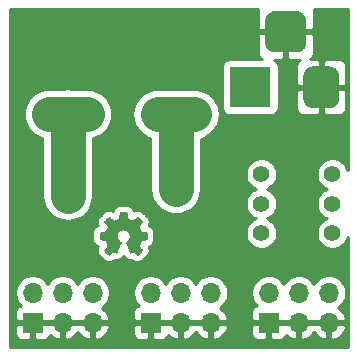
<source format=gbr>
G04 #@! TF.GenerationSoftware,KiCad,Pcbnew,5.1.5-52549c5~86~ubuntu16.04.1*
G04 #@! TF.CreationDate,2020-11-24T20:56:35+05:30*
G04 #@! TF.ProjectId,DC-DC 12V to 3.3V 5V Multi Output Voltage Conversion V1.0,44432d44-4320-4313-9256-20746f20332e,V1.0*
G04 #@! TF.SameCoordinates,Original*
G04 #@! TF.FileFunction,Copper,L2,Bot*
G04 #@! TF.FilePolarity,Positive*
%FSLAX46Y46*%
G04 Gerber Fmt 4.6, Leading zero omitted, Abs format (unit mm)*
G04 Created by KiCad (PCBNEW 5.1.5-52549c5~86~ubuntu16.04.1) date 2020-11-24 20:56:35*
%MOMM*%
%LPD*%
G04 APERTURE LIST*
%ADD10C,0.002540*%
%ADD11C,0.100000*%
%ADD12R,3.500000X3.500000*%
%ADD13C,1.400000*%
%ADD14O,1.700000X1.700000*%
%ADD15R,1.700000X1.700000*%
%ADD16C,0.800000*%
%ADD17C,3.000000*%
%ADD18C,0.254000*%
G04 APERTURE END LIST*
D10*
G36*
X138615420Y-97553780D02*
G01*
X138635740Y-97543620D01*
X138684000Y-97513140D01*
X138750040Y-97469960D01*
X138828780Y-97416620D01*
X138907520Y-97363280D01*
X138973560Y-97320100D01*
X139019280Y-97289620D01*
X139037060Y-97279460D01*
X139047220Y-97282000D01*
X139085320Y-97302320D01*
X139141200Y-97330260D01*
X139171680Y-97345500D01*
X139222480Y-97368360D01*
X139247880Y-97373440D01*
X139250420Y-97365820D01*
X139270740Y-97327720D01*
X139298680Y-97261680D01*
X139336780Y-97175320D01*
X139379960Y-97073720D01*
X139425680Y-96964500D01*
X139471400Y-96852740D01*
X139517120Y-96746060D01*
X139555220Y-96649540D01*
X139588240Y-96573340D01*
X139608560Y-96517460D01*
X139616180Y-96494600D01*
X139613640Y-96489520D01*
X139588240Y-96466660D01*
X139545060Y-96433640D01*
X139448540Y-96354900D01*
X139357100Y-96238060D01*
X139298680Y-96105980D01*
X139280900Y-95958660D01*
X139296140Y-95824040D01*
X139349480Y-95694500D01*
X139440920Y-95575120D01*
X139552680Y-95488760D01*
X139682220Y-95432880D01*
X139827000Y-95415100D01*
X139966700Y-95430340D01*
X140098780Y-95483680D01*
X140218160Y-95572580D01*
X140266420Y-95631000D01*
X140335000Y-95750380D01*
X140375640Y-95877380D01*
X140378180Y-95907860D01*
X140373100Y-96050100D01*
X140332460Y-96184720D01*
X140258800Y-96304100D01*
X140154660Y-96403160D01*
X140141960Y-96413320D01*
X140093700Y-96448880D01*
X140063220Y-96471740D01*
X140037820Y-96492060D01*
X140215620Y-96923860D01*
X140243560Y-96992440D01*
X140294360Y-97109280D01*
X140337540Y-97210880D01*
X140370560Y-97292160D01*
X140395960Y-97345500D01*
X140406120Y-97368360D01*
X140421360Y-97370900D01*
X140454380Y-97358200D01*
X140515340Y-97330260D01*
X140555980Y-97309940D01*
X140601700Y-97287080D01*
X140622020Y-97279460D01*
X140639800Y-97289620D01*
X140682980Y-97317560D01*
X140746480Y-97360740D01*
X140822680Y-97411540D01*
X140896340Y-97462340D01*
X140964920Y-97508060D01*
X141013180Y-97538540D01*
X141038580Y-97551240D01*
X141041120Y-97551240D01*
X141061440Y-97538540D01*
X141102080Y-97508060D01*
X141160500Y-97452180D01*
X141241780Y-97370900D01*
X141254480Y-97358200D01*
X141323060Y-97287080D01*
X141378940Y-97228660D01*
X141417040Y-97188020D01*
X141429740Y-97170240D01*
X141417040Y-97144840D01*
X141386560Y-97096580D01*
X141340840Y-97028000D01*
X141287500Y-96949260D01*
X141145260Y-96740980D01*
X141224000Y-96545400D01*
X141246860Y-96486980D01*
X141277340Y-96413320D01*
X141300200Y-96362520D01*
X141312900Y-96339660D01*
X141333220Y-96332040D01*
X141386560Y-96319340D01*
X141465300Y-96301560D01*
X141556740Y-96286320D01*
X141645640Y-96268540D01*
X141724380Y-96253300D01*
X141782800Y-96243140D01*
X141808200Y-96238060D01*
X141813280Y-96232980D01*
X141818360Y-96220280D01*
X141823440Y-96194880D01*
X141823440Y-96146620D01*
X141825980Y-96070420D01*
X141825980Y-95958660D01*
X141825980Y-95948500D01*
X141823440Y-95841820D01*
X141823440Y-95758000D01*
X141820900Y-95704660D01*
X141815820Y-95684340D01*
X141790420Y-95676720D01*
X141734540Y-95666560D01*
X141655800Y-95648780D01*
X141559280Y-95631000D01*
X141554200Y-95631000D01*
X141460220Y-95613220D01*
X141381480Y-95595440D01*
X141325600Y-95582740D01*
X141302740Y-95575120D01*
X141297660Y-95570040D01*
X141277340Y-95531940D01*
X141249400Y-95473520D01*
X141218920Y-95402400D01*
X141188440Y-95328740D01*
X141160500Y-95260160D01*
X141142720Y-95211900D01*
X141137640Y-95189040D01*
X141152880Y-95166180D01*
X141185900Y-95115380D01*
X141231620Y-95049340D01*
X141287500Y-94968060D01*
X141290040Y-94960440D01*
X141345920Y-94881700D01*
X141389100Y-94813120D01*
X141419580Y-94764860D01*
X141429740Y-94744540D01*
X141429740Y-94742000D01*
X141411960Y-94719140D01*
X141371320Y-94673420D01*
X141312900Y-94612460D01*
X141241780Y-94541340D01*
X141218920Y-94521020D01*
X141142720Y-94444820D01*
X141089380Y-94394020D01*
X141053820Y-94368620D01*
X141038580Y-94361000D01*
X141038580Y-94363540D01*
X141013180Y-94376240D01*
X140962380Y-94409260D01*
X140893800Y-94457520D01*
X140812520Y-94510860D01*
X140807440Y-94515940D01*
X140728700Y-94569280D01*
X140662660Y-94615000D01*
X140614400Y-94645480D01*
X140594080Y-94658180D01*
X140589000Y-94658180D01*
X140558520Y-94648020D01*
X140500100Y-94630240D01*
X140431520Y-94602300D01*
X140357860Y-94571820D01*
X140289280Y-94543880D01*
X140238480Y-94521020D01*
X140215620Y-94508320D01*
X140215620Y-94505780D01*
X140205460Y-94477840D01*
X140192760Y-94416880D01*
X140174980Y-94335600D01*
X140157200Y-94236540D01*
X140154660Y-94221300D01*
X140136880Y-94127320D01*
X140121640Y-94048580D01*
X140108940Y-93992700D01*
X140103860Y-93969840D01*
X140091160Y-93967300D01*
X140042900Y-93964760D01*
X139971780Y-93962220D01*
X139885420Y-93962220D01*
X139796520Y-93962220D01*
X139710160Y-93964760D01*
X139633960Y-93967300D01*
X139580620Y-93969840D01*
X139557760Y-93974920D01*
X139555220Y-93977460D01*
X139547600Y-94005400D01*
X139534900Y-94066360D01*
X139517120Y-94147640D01*
X139499340Y-94246700D01*
X139496800Y-94264480D01*
X139479020Y-94358460D01*
X139461240Y-94437200D01*
X139451080Y-94490540D01*
X139443460Y-94510860D01*
X139435840Y-94515940D01*
X139397740Y-94533720D01*
X139334240Y-94559120D01*
X139252960Y-94592140D01*
X139070080Y-94665800D01*
X138846560Y-94510860D01*
X138826240Y-94498160D01*
X138744960Y-94442280D01*
X138678920Y-94399100D01*
X138633200Y-94368620D01*
X138612880Y-94358460D01*
X138590020Y-94378780D01*
X138544300Y-94419420D01*
X138483340Y-94480380D01*
X138414760Y-94548960D01*
X138361420Y-94602300D01*
X138300460Y-94665800D01*
X138259820Y-94706440D01*
X138239500Y-94734380D01*
X138231880Y-94752160D01*
X138234420Y-94762320D01*
X138247120Y-94785180D01*
X138280140Y-94833440D01*
X138325860Y-94902020D01*
X138381740Y-94980760D01*
X138427460Y-95049340D01*
X138475720Y-95123000D01*
X138506200Y-95176340D01*
X138518900Y-95204280D01*
X138516360Y-95214440D01*
X138498580Y-95257620D01*
X138473180Y-95326200D01*
X138440160Y-95404940D01*
X138361420Y-95582740D01*
X138244580Y-95603060D01*
X138173460Y-95618300D01*
X138074400Y-95636080D01*
X137980420Y-95653860D01*
X137833100Y-95684340D01*
X137828020Y-96222820D01*
X137850880Y-96232980D01*
X137873740Y-96240600D01*
X137927080Y-96250760D01*
X138005820Y-96266000D01*
X138097260Y-96283780D01*
X138176000Y-96299020D01*
X138254740Y-96314260D01*
X138310620Y-96324420D01*
X138336020Y-96329500D01*
X138343640Y-96339660D01*
X138363960Y-96377760D01*
X138391900Y-96438720D01*
X138422380Y-96512380D01*
X138452860Y-96586040D01*
X138480800Y-96657160D01*
X138501120Y-96710500D01*
X138508740Y-96738440D01*
X138498580Y-96758760D01*
X138468100Y-96804480D01*
X138424920Y-96870520D01*
X138371580Y-96949260D01*
X138315700Y-97028000D01*
X138272520Y-97096580D01*
X138239500Y-97144840D01*
X138226800Y-97165160D01*
X138234420Y-97180400D01*
X138264900Y-97218500D01*
X138323320Y-97279460D01*
X138412220Y-97368360D01*
X138427460Y-97381060D01*
X138496040Y-97449640D01*
X138557000Y-97502980D01*
X138597640Y-97541080D01*
X138615420Y-97553780D01*
G37*
X138615420Y-97553780D02*
X138635740Y-97543620D01*
X138684000Y-97513140D01*
X138750040Y-97469960D01*
X138828780Y-97416620D01*
X138907520Y-97363280D01*
X138973560Y-97320100D01*
X139019280Y-97289620D01*
X139037060Y-97279460D01*
X139047220Y-97282000D01*
X139085320Y-97302320D01*
X139141200Y-97330260D01*
X139171680Y-97345500D01*
X139222480Y-97368360D01*
X139247880Y-97373440D01*
X139250420Y-97365820D01*
X139270740Y-97327720D01*
X139298680Y-97261680D01*
X139336780Y-97175320D01*
X139379960Y-97073720D01*
X139425680Y-96964500D01*
X139471400Y-96852740D01*
X139517120Y-96746060D01*
X139555220Y-96649540D01*
X139588240Y-96573340D01*
X139608560Y-96517460D01*
X139616180Y-96494600D01*
X139613640Y-96489520D01*
X139588240Y-96466660D01*
X139545060Y-96433640D01*
X139448540Y-96354900D01*
X139357100Y-96238060D01*
X139298680Y-96105980D01*
X139280900Y-95958660D01*
X139296140Y-95824040D01*
X139349480Y-95694500D01*
X139440920Y-95575120D01*
X139552680Y-95488760D01*
X139682220Y-95432880D01*
X139827000Y-95415100D01*
X139966700Y-95430340D01*
X140098780Y-95483680D01*
X140218160Y-95572580D01*
X140266420Y-95631000D01*
X140335000Y-95750380D01*
X140375640Y-95877380D01*
X140378180Y-95907860D01*
X140373100Y-96050100D01*
X140332460Y-96184720D01*
X140258800Y-96304100D01*
X140154660Y-96403160D01*
X140141960Y-96413320D01*
X140093700Y-96448880D01*
X140063220Y-96471740D01*
X140037820Y-96492060D01*
X140215620Y-96923860D01*
X140243560Y-96992440D01*
X140294360Y-97109280D01*
X140337540Y-97210880D01*
X140370560Y-97292160D01*
X140395960Y-97345500D01*
X140406120Y-97368360D01*
X140421360Y-97370900D01*
X140454380Y-97358200D01*
X140515340Y-97330260D01*
X140555980Y-97309940D01*
X140601700Y-97287080D01*
X140622020Y-97279460D01*
X140639800Y-97289620D01*
X140682980Y-97317560D01*
X140746480Y-97360740D01*
X140822680Y-97411540D01*
X140896340Y-97462340D01*
X140964920Y-97508060D01*
X141013180Y-97538540D01*
X141038580Y-97551240D01*
X141041120Y-97551240D01*
X141061440Y-97538540D01*
X141102080Y-97508060D01*
X141160500Y-97452180D01*
X141241780Y-97370900D01*
X141254480Y-97358200D01*
X141323060Y-97287080D01*
X141378940Y-97228660D01*
X141417040Y-97188020D01*
X141429740Y-97170240D01*
X141417040Y-97144840D01*
X141386560Y-97096580D01*
X141340840Y-97028000D01*
X141287500Y-96949260D01*
X141145260Y-96740980D01*
X141224000Y-96545400D01*
X141246860Y-96486980D01*
X141277340Y-96413320D01*
X141300200Y-96362520D01*
X141312900Y-96339660D01*
X141333220Y-96332040D01*
X141386560Y-96319340D01*
X141465300Y-96301560D01*
X141556740Y-96286320D01*
X141645640Y-96268540D01*
X141724380Y-96253300D01*
X141782800Y-96243140D01*
X141808200Y-96238060D01*
X141813280Y-96232980D01*
X141818360Y-96220280D01*
X141823440Y-96194880D01*
X141823440Y-96146620D01*
X141825980Y-96070420D01*
X141825980Y-95958660D01*
X141825980Y-95948500D01*
X141823440Y-95841820D01*
X141823440Y-95758000D01*
X141820900Y-95704660D01*
X141815820Y-95684340D01*
X141790420Y-95676720D01*
X141734540Y-95666560D01*
X141655800Y-95648780D01*
X141559280Y-95631000D01*
X141554200Y-95631000D01*
X141460220Y-95613220D01*
X141381480Y-95595440D01*
X141325600Y-95582740D01*
X141302740Y-95575120D01*
X141297660Y-95570040D01*
X141277340Y-95531940D01*
X141249400Y-95473520D01*
X141218920Y-95402400D01*
X141188440Y-95328740D01*
X141160500Y-95260160D01*
X141142720Y-95211900D01*
X141137640Y-95189040D01*
X141152880Y-95166180D01*
X141185900Y-95115380D01*
X141231620Y-95049340D01*
X141287500Y-94968060D01*
X141290040Y-94960440D01*
X141345920Y-94881700D01*
X141389100Y-94813120D01*
X141419580Y-94764860D01*
X141429740Y-94744540D01*
X141429740Y-94742000D01*
X141411960Y-94719140D01*
X141371320Y-94673420D01*
X141312900Y-94612460D01*
X141241780Y-94541340D01*
X141218920Y-94521020D01*
X141142720Y-94444820D01*
X141089380Y-94394020D01*
X141053820Y-94368620D01*
X141038580Y-94361000D01*
X141038580Y-94363540D01*
X141013180Y-94376240D01*
X140962380Y-94409260D01*
X140893800Y-94457520D01*
X140812520Y-94510860D01*
X140807440Y-94515940D01*
X140728700Y-94569280D01*
X140662660Y-94615000D01*
X140614400Y-94645480D01*
X140594080Y-94658180D01*
X140589000Y-94658180D01*
X140558520Y-94648020D01*
X140500100Y-94630240D01*
X140431520Y-94602300D01*
X140357860Y-94571820D01*
X140289280Y-94543880D01*
X140238480Y-94521020D01*
X140215620Y-94508320D01*
X140215620Y-94505780D01*
X140205460Y-94477840D01*
X140192760Y-94416880D01*
X140174980Y-94335600D01*
X140157200Y-94236540D01*
X140154660Y-94221300D01*
X140136880Y-94127320D01*
X140121640Y-94048580D01*
X140108940Y-93992700D01*
X140103860Y-93969840D01*
X140091160Y-93967300D01*
X140042900Y-93964760D01*
X139971780Y-93962220D01*
X139885420Y-93962220D01*
X139796520Y-93962220D01*
X139710160Y-93964760D01*
X139633960Y-93967300D01*
X139580620Y-93969840D01*
X139557760Y-93974920D01*
X139555220Y-93977460D01*
X139547600Y-94005400D01*
X139534900Y-94066360D01*
X139517120Y-94147640D01*
X139499340Y-94246700D01*
X139496800Y-94264480D01*
X139479020Y-94358460D01*
X139461240Y-94437200D01*
X139451080Y-94490540D01*
X139443460Y-94510860D01*
X139435840Y-94515940D01*
X139397740Y-94533720D01*
X139334240Y-94559120D01*
X139252960Y-94592140D01*
X139070080Y-94665800D01*
X138846560Y-94510860D01*
X138826240Y-94498160D01*
X138744960Y-94442280D01*
X138678920Y-94399100D01*
X138633200Y-94368620D01*
X138612880Y-94358460D01*
X138590020Y-94378780D01*
X138544300Y-94419420D01*
X138483340Y-94480380D01*
X138414760Y-94548960D01*
X138361420Y-94602300D01*
X138300460Y-94665800D01*
X138259820Y-94706440D01*
X138239500Y-94734380D01*
X138231880Y-94752160D01*
X138234420Y-94762320D01*
X138247120Y-94785180D01*
X138280140Y-94833440D01*
X138325860Y-94902020D01*
X138381740Y-94980760D01*
X138427460Y-95049340D01*
X138475720Y-95123000D01*
X138506200Y-95176340D01*
X138518900Y-95204280D01*
X138516360Y-95214440D01*
X138498580Y-95257620D01*
X138473180Y-95326200D01*
X138440160Y-95404940D01*
X138361420Y-95582740D01*
X138244580Y-95603060D01*
X138173460Y-95618300D01*
X138074400Y-95636080D01*
X137980420Y-95653860D01*
X137833100Y-95684340D01*
X137828020Y-96222820D01*
X137850880Y-96232980D01*
X137873740Y-96240600D01*
X137927080Y-96250760D01*
X138005820Y-96266000D01*
X138097260Y-96283780D01*
X138176000Y-96299020D01*
X138254740Y-96314260D01*
X138310620Y-96324420D01*
X138336020Y-96329500D01*
X138343640Y-96339660D01*
X138363960Y-96377760D01*
X138391900Y-96438720D01*
X138422380Y-96512380D01*
X138452860Y-96586040D01*
X138480800Y-96657160D01*
X138501120Y-96710500D01*
X138508740Y-96738440D01*
X138498580Y-96758760D01*
X138468100Y-96804480D01*
X138424920Y-96870520D01*
X138371580Y-96949260D01*
X138315700Y-97028000D01*
X138272520Y-97096580D01*
X138239500Y-97144840D01*
X138226800Y-97165160D01*
X138234420Y-97180400D01*
X138264900Y-97218500D01*
X138323320Y-97279460D01*
X138412220Y-97368360D01*
X138427460Y-97381060D01*
X138496040Y-97449640D01*
X138557000Y-97502980D01*
X138597640Y-97541080D01*
X138615420Y-97553780D01*
G04 #@! TA.AperFunction,ComponentPad*
D11*
G36*
X154557365Y-76917013D02*
G01*
X154642304Y-76929613D01*
X154725599Y-76950477D01*
X154806448Y-76979405D01*
X154884072Y-77016119D01*
X154957724Y-77060264D01*
X155026694Y-77111416D01*
X155090318Y-77169082D01*
X155147984Y-77232706D01*
X155199136Y-77301676D01*
X155243281Y-77375328D01*
X155279995Y-77452952D01*
X155308923Y-77533801D01*
X155329787Y-77617096D01*
X155342387Y-77702035D01*
X155346600Y-77787800D01*
X155346600Y-79537800D01*
X155342387Y-79623565D01*
X155329787Y-79708504D01*
X155308923Y-79791799D01*
X155279995Y-79872648D01*
X155243281Y-79950272D01*
X155199136Y-80023924D01*
X155147984Y-80092894D01*
X155090318Y-80156518D01*
X155026694Y-80214184D01*
X154957724Y-80265336D01*
X154884072Y-80309481D01*
X154806448Y-80346195D01*
X154725599Y-80375123D01*
X154642304Y-80395987D01*
X154557365Y-80408587D01*
X154471600Y-80412800D01*
X152721600Y-80412800D01*
X152635835Y-80408587D01*
X152550896Y-80395987D01*
X152467601Y-80375123D01*
X152386752Y-80346195D01*
X152309128Y-80309481D01*
X152235476Y-80265336D01*
X152166506Y-80214184D01*
X152102882Y-80156518D01*
X152045216Y-80092894D01*
X151994064Y-80023924D01*
X151949919Y-79950272D01*
X151913205Y-79872648D01*
X151884277Y-79791799D01*
X151863413Y-79708504D01*
X151850813Y-79623565D01*
X151846600Y-79537800D01*
X151846600Y-77787800D01*
X151850813Y-77702035D01*
X151863413Y-77617096D01*
X151884277Y-77533801D01*
X151913205Y-77452952D01*
X151949919Y-77375328D01*
X151994064Y-77301676D01*
X152045216Y-77232706D01*
X152102882Y-77169082D01*
X152166506Y-77111416D01*
X152235476Y-77060264D01*
X152309128Y-77016119D01*
X152386752Y-76979405D01*
X152467601Y-76950477D01*
X152550896Y-76929613D01*
X152635835Y-76917013D01*
X152721600Y-76912800D01*
X154471600Y-76912800D01*
X154557365Y-76917013D01*
G37*
G04 #@! TD.AperFunction*
G04 #@! TA.AperFunction,ComponentPad*
G36*
X157420113Y-81616411D02*
G01*
X157492918Y-81627211D01*
X157564314Y-81645095D01*
X157633613Y-81669890D01*
X157700148Y-81701359D01*
X157763278Y-81739198D01*
X157822395Y-81783042D01*
X157876930Y-81832470D01*
X157926358Y-81887005D01*
X157970202Y-81946122D01*
X158008041Y-82009252D01*
X158039510Y-82075787D01*
X158064305Y-82145086D01*
X158082189Y-82216482D01*
X158092989Y-82289287D01*
X158096600Y-82362800D01*
X158096600Y-84362800D01*
X158092989Y-84436313D01*
X158082189Y-84509118D01*
X158064305Y-84580514D01*
X158039510Y-84649813D01*
X158008041Y-84716348D01*
X157970202Y-84779478D01*
X157926358Y-84838595D01*
X157876930Y-84893130D01*
X157822395Y-84942558D01*
X157763278Y-84986402D01*
X157700148Y-85024241D01*
X157633613Y-85055710D01*
X157564314Y-85080505D01*
X157492918Y-85098389D01*
X157420113Y-85109189D01*
X157346600Y-85112800D01*
X155846600Y-85112800D01*
X155773087Y-85109189D01*
X155700282Y-85098389D01*
X155628886Y-85080505D01*
X155559587Y-85055710D01*
X155493052Y-85024241D01*
X155429922Y-84986402D01*
X155370805Y-84942558D01*
X155316270Y-84893130D01*
X155266842Y-84838595D01*
X155222998Y-84779478D01*
X155185159Y-84716348D01*
X155153690Y-84649813D01*
X155128895Y-84580514D01*
X155111011Y-84509118D01*
X155100211Y-84436313D01*
X155096600Y-84362800D01*
X155096600Y-82362800D01*
X155100211Y-82289287D01*
X155111011Y-82216482D01*
X155128895Y-82145086D01*
X155153690Y-82075787D01*
X155185159Y-82009252D01*
X155222998Y-81946122D01*
X155266842Y-81887005D01*
X155316270Y-81832470D01*
X155370805Y-81783042D01*
X155429922Y-81739198D01*
X155493052Y-81701359D01*
X155559587Y-81669890D01*
X155628886Y-81645095D01*
X155700282Y-81627211D01*
X155773087Y-81616411D01*
X155846600Y-81612800D01*
X157346600Y-81612800D01*
X157420113Y-81616411D01*
G37*
G04 #@! TD.AperFunction*
D12*
X150596600Y-83362800D03*
D13*
X157536400Y-95728800D03*
X157536400Y-93228800D03*
X157536400Y-90728800D03*
X151536400Y-95728800D03*
X151536400Y-93228800D03*
X151536400Y-90728800D03*
D14*
X147239000Y-100772300D03*
X147239000Y-103312300D03*
X144699000Y-100772300D03*
X144699000Y-103312300D03*
X142159000Y-100772300D03*
D15*
X142159000Y-103312300D03*
D14*
X137239000Y-100772300D03*
X137239000Y-103312300D03*
X134699000Y-100772300D03*
X134699000Y-103312300D03*
X132159000Y-100772300D03*
D15*
X132159000Y-103312300D03*
D14*
X157239000Y-100772300D03*
X157239000Y-103312300D03*
X154699000Y-100772300D03*
X154699000Y-103312300D03*
X152159000Y-100772300D03*
D15*
X152159000Y-103312300D03*
D16*
X135128000Y-92544900D03*
X135128000Y-85610300D03*
X135128000Y-89485000D03*
X135128000Y-87485000D03*
X135128000Y-90985000D03*
X135128000Y-88485000D03*
X135976900Y-85636100D03*
X136740900Y-85636100D03*
X134276900Y-85636100D03*
X133553200Y-85636100D03*
X135128000Y-86585000D03*
X144272000Y-85673800D03*
X144272000Y-91973800D03*
X144272000Y-87341000D03*
X144272000Y-89341000D03*
X144272000Y-90591000D03*
X144272000Y-88341000D03*
X145201500Y-85661500D03*
X145846800Y-85648800D03*
X143451500Y-85661500D03*
X142748000Y-85661500D03*
X144272000Y-86541000D03*
D17*
X133553200Y-85636100D02*
X133553200Y-85636100D01*
X135128000Y-85610300D02*
X135128000Y-86585000D01*
X135128000Y-89485000D02*
X135128000Y-90985000D01*
X135128000Y-87485000D02*
X135128000Y-88485000D01*
X135128000Y-90985000D02*
X135128000Y-92544900D01*
X135128000Y-88485000D02*
X135128000Y-89485000D01*
X135976900Y-85636100D02*
X136740900Y-85636100D01*
X136740900Y-85636100D02*
X136740900Y-85636100D01*
X133976900Y-85636100D02*
X134276900Y-85636100D01*
X134276900Y-85636100D02*
X135976900Y-85636100D01*
X133553200Y-85636100D02*
X133976900Y-85636100D01*
X135128000Y-86585000D02*
X135128000Y-87485000D01*
X145834100Y-85661500D02*
X145846800Y-85648800D01*
X142748000Y-85661500D02*
X142748000Y-85661500D01*
X144272000Y-85673800D02*
X144272000Y-86541000D01*
X144272000Y-87341000D02*
X144272000Y-88341000D01*
X144272000Y-89341000D02*
X144272000Y-90591000D01*
X144272000Y-90591000D02*
X144272000Y-91973800D01*
X144272000Y-88341000D02*
X144272000Y-89341000D01*
X145201500Y-85661500D02*
X145834100Y-85661500D01*
X145846800Y-85648800D02*
X145846800Y-85648800D01*
X143451500Y-85661500D02*
X145201500Y-85661500D01*
X142748000Y-85661500D02*
X143451500Y-85661500D01*
X144272000Y-86541000D02*
X144272000Y-87341000D01*
D18*
G36*
X151220788Y-76788318D02*
G01*
X151208528Y-76912800D01*
X151211600Y-78377050D01*
X151370350Y-78535800D01*
X153469600Y-78535800D01*
X153469600Y-78515800D01*
X153723600Y-78515800D01*
X153723600Y-78535800D01*
X155822850Y-78535800D01*
X155981600Y-78377050D01*
X155984672Y-76912800D01*
X155972412Y-76788318D01*
X155970799Y-76783000D01*
X158830000Y-76783000D01*
X158830000Y-90389187D01*
X158820096Y-90339395D01*
X158719461Y-90096441D01*
X158573362Y-89877787D01*
X158387413Y-89691838D01*
X158168759Y-89545739D01*
X157925805Y-89445104D01*
X157667886Y-89393800D01*
X157404914Y-89393800D01*
X157146995Y-89445104D01*
X156904041Y-89545739D01*
X156685387Y-89691838D01*
X156499438Y-89877787D01*
X156353339Y-90096441D01*
X156252704Y-90339395D01*
X156201400Y-90597314D01*
X156201400Y-90860286D01*
X156252704Y-91118205D01*
X156353339Y-91361159D01*
X156499438Y-91579813D01*
X156685387Y-91765762D01*
X156904041Y-91911861D01*
X157065646Y-91978800D01*
X156904041Y-92045739D01*
X156685387Y-92191838D01*
X156499438Y-92377787D01*
X156353339Y-92596441D01*
X156252704Y-92839395D01*
X156201400Y-93097314D01*
X156201400Y-93360286D01*
X156252704Y-93618205D01*
X156353339Y-93861159D01*
X156499438Y-94079813D01*
X156685387Y-94265762D01*
X156904041Y-94411861D01*
X157065646Y-94478800D01*
X156904041Y-94545739D01*
X156685387Y-94691838D01*
X156499438Y-94877787D01*
X156353339Y-95096441D01*
X156252704Y-95339395D01*
X156201400Y-95597314D01*
X156201400Y-95860286D01*
X156252704Y-96118205D01*
X156353339Y-96361159D01*
X156499438Y-96579813D01*
X156685387Y-96765762D01*
X156904041Y-96911861D01*
X157146995Y-97012496D01*
X157404914Y-97063800D01*
X157667886Y-97063800D01*
X157925805Y-97012496D01*
X158168759Y-96911861D01*
X158387413Y-96765762D01*
X158573362Y-96579813D01*
X158719461Y-96361159D01*
X158820096Y-96118205D01*
X158830001Y-96068412D01*
X158830001Y-105363000D01*
X130250000Y-105363000D01*
X130250000Y-104162300D01*
X130670928Y-104162300D01*
X130683188Y-104286782D01*
X130719498Y-104406480D01*
X130778463Y-104516794D01*
X130857815Y-104613485D01*
X130954506Y-104692837D01*
X131064820Y-104751802D01*
X131184518Y-104788112D01*
X131309000Y-104800372D01*
X131873250Y-104797300D01*
X132032000Y-104638550D01*
X132032000Y-103439300D01*
X132286000Y-103439300D01*
X132286000Y-104638550D01*
X132444750Y-104797300D01*
X133009000Y-104800372D01*
X133133482Y-104788112D01*
X133253180Y-104751802D01*
X133363494Y-104692837D01*
X133460185Y-104613485D01*
X133539537Y-104516794D01*
X133598502Y-104406480D01*
X133622966Y-104325834D01*
X133698731Y-104409888D01*
X133932080Y-104583941D01*
X134194901Y-104709125D01*
X134342110Y-104753776D01*
X134572000Y-104632455D01*
X134572000Y-103439300D01*
X134826000Y-103439300D01*
X134826000Y-104632455D01*
X135055890Y-104753776D01*
X135203099Y-104709125D01*
X135465920Y-104583941D01*
X135699269Y-104409888D01*
X135894178Y-104193655D01*
X135969000Y-104068045D01*
X136043822Y-104193655D01*
X136238731Y-104409888D01*
X136472080Y-104583941D01*
X136734901Y-104709125D01*
X136882110Y-104753776D01*
X137112000Y-104632455D01*
X137112000Y-103439300D01*
X137366000Y-103439300D01*
X137366000Y-104632455D01*
X137595890Y-104753776D01*
X137743099Y-104709125D01*
X138005920Y-104583941D01*
X138239269Y-104409888D01*
X138434178Y-104193655D01*
X138452855Y-104162300D01*
X140670928Y-104162300D01*
X140683188Y-104286782D01*
X140719498Y-104406480D01*
X140778463Y-104516794D01*
X140857815Y-104613485D01*
X140954506Y-104692837D01*
X141064820Y-104751802D01*
X141184518Y-104788112D01*
X141309000Y-104800372D01*
X141873250Y-104797300D01*
X142032000Y-104638550D01*
X142032000Y-103439300D01*
X142286000Y-103439300D01*
X142286000Y-104638550D01*
X142444750Y-104797300D01*
X143009000Y-104800372D01*
X143133482Y-104788112D01*
X143253180Y-104751802D01*
X143363494Y-104692837D01*
X143460185Y-104613485D01*
X143539537Y-104516794D01*
X143598502Y-104406480D01*
X143622966Y-104325834D01*
X143698731Y-104409888D01*
X143932080Y-104583941D01*
X144194901Y-104709125D01*
X144342110Y-104753776D01*
X144572000Y-104632455D01*
X144572000Y-103439300D01*
X144826000Y-103439300D01*
X144826000Y-104632455D01*
X145055890Y-104753776D01*
X145203099Y-104709125D01*
X145465920Y-104583941D01*
X145699269Y-104409888D01*
X145894178Y-104193655D01*
X145969000Y-104068045D01*
X146043822Y-104193655D01*
X146238731Y-104409888D01*
X146472080Y-104583941D01*
X146734901Y-104709125D01*
X146882110Y-104753776D01*
X147112000Y-104632455D01*
X147112000Y-103439300D01*
X147366000Y-103439300D01*
X147366000Y-104632455D01*
X147595890Y-104753776D01*
X147743099Y-104709125D01*
X148005920Y-104583941D01*
X148239269Y-104409888D01*
X148434178Y-104193655D01*
X148452855Y-104162300D01*
X150670928Y-104162300D01*
X150683188Y-104286782D01*
X150719498Y-104406480D01*
X150778463Y-104516794D01*
X150857815Y-104613485D01*
X150954506Y-104692837D01*
X151064820Y-104751802D01*
X151184518Y-104788112D01*
X151309000Y-104800372D01*
X151873250Y-104797300D01*
X152032000Y-104638550D01*
X152032000Y-103439300D01*
X152286000Y-103439300D01*
X152286000Y-104638550D01*
X152444750Y-104797300D01*
X153009000Y-104800372D01*
X153133482Y-104788112D01*
X153253180Y-104751802D01*
X153363494Y-104692837D01*
X153460185Y-104613485D01*
X153539537Y-104516794D01*
X153598502Y-104406480D01*
X153622966Y-104325834D01*
X153698731Y-104409888D01*
X153932080Y-104583941D01*
X154194901Y-104709125D01*
X154342110Y-104753776D01*
X154572000Y-104632455D01*
X154572000Y-103439300D01*
X154826000Y-103439300D01*
X154826000Y-104632455D01*
X155055890Y-104753776D01*
X155203099Y-104709125D01*
X155465920Y-104583941D01*
X155699269Y-104409888D01*
X155894178Y-104193655D01*
X155969000Y-104068045D01*
X156043822Y-104193655D01*
X156238731Y-104409888D01*
X156472080Y-104583941D01*
X156734901Y-104709125D01*
X156882110Y-104753776D01*
X157112000Y-104632455D01*
X157112000Y-103439300D01*
X157366000Y-103439300D01*
X157366000Y-104632455D01*
X157595890Y-104753776D01*
X157743099Y-104709125D01*
X158005920Y-104583941D01*
X158239269Y-104409888D01*
X158434178Y-104193655D01*
X158583157Y-103943552D01*
X158680481Y-103669191D01*
X158559814Y-103439300D01*
X157366000Y-103439300D01*
X157112000Y-103439300D01*
X154826000Y-103439300D01*
X154572000Y-103439300D01*
X152286000Y-103439300D01*
X152032000Y-103439300D01*
X150832750Y-103439300D01*
X150674000Y-103598050D01*
X150670928Y-104162300D01*
X148452855Y-104162300D01*
X148583157Y-103943552D01*
X148680481Y-103669191D01*
X148559814Y-103439300D01*
X147366000Y-103439300D01*
X147112000Y-103439300D01*
X144826000Y-103439300D01*
X144572000Y-103439300D01*
X142286000Y-103439300D01*
X142032000Y-103439300D01*
X140832750Y-103439300D01*
X140674000Y-103598050D01*
X140670928Y-104162300D01*
X138452855Y-104162300D01*
X138583157Y-103943552D01*
X138680481Y-103669191D01*
X138559814Y-103439300D01*
X137366000Y-103439300D01*
X137112000Y-103439300D01*
X134826000Y-103439300D01*
X134572000Y-103439300D01*
X132286000Y-103439300D01*
X132032000Y-103439300D01*
X130832750Y-103439300D01*
X130674000Y-103598050D01*
X130670928Y-104162300D01*
X130250000Y-104162300D01*
X130250000Y-102462300D01*
X130670928Y-102462300D01*
X130674000Y-103026550D01*
X130832750Y-103185300D01*
X132032000Y-103185300D01*
X132032000Y-103165300D01*
X132286000Y-103165300D01*
X132286000Y-103185300D01*
X134572000Y-103185300D01*
X134572000Y-103165300D01*
X134826000Y-103165300D01*
X134826000Y-103185300D01*
X137112000Y-103185300D01*
X137112000Y-103165300D01*
X137366000Y-103165300D01*
X137366000Y-103185300D01*
X138559814Y-103185300D01*
X138680481Y-102955409D01*
X138583157Y-102681048D01*
X138452856Y-102462300D01*
X140670928Y-102462300D01*
X140674000Y-103026550D01*
X140832750Y-103185300D01*
X142032000Y-103185300D01*
X142032000Y-103165300D01*
X142286000Y-103165300D01*
X142286000Y-103185300D01*
X144572000Y-103185300D01*
X144572000Y-103165300D01*
X144826000Y-103165300D01*
X144826000Y-103185300D01*
X147112000Y-103185300D01*
X147112000Y-103165300D01*
X147366000Y-103165300D01*
X147366000Y-103185300D01*
X148559814Y-103185300D01*
X148680481Y-102955409D01*
X148583157Y-102681048D01*
X148452856Y-102462300D01*
X150670928Y-102462300D01*
X150674000Y-103026550D01*
X150832750Y-103185300D01*
X152032000Y-103185300D01*
X152032000Y-103165300D01*
X152286000Y-103165300D01*
X152286000Y-103185300D01*
X154572000Y-103185300D01*
X154572000Y-103165300D01*
X154826000Y-103165300D01*
X154826000Y-103185300D01*
X157112000Y-103185300D01*
X157112000Y-103165300D01*
X157366000Y-103165300D01*
X157366000Y-103185300D01*
X158559814Y-103185300D01*
X158680481Y-102955409D01*
X158583157Y-102681048D01*
X158434178Y-102430945D01*
X158239269Y-102214712D01*
X158009594Y-102043400D01*
X158185632Y-101925775D01*
X158392475Y-101718932D01*
X158554990Y-101475711D01*
X158666932Y-101205458D01*
X158724000Y-100918560D01*
X158724000Y-100626040D01*
X158666932Y-100339142D01*
X158554990Y-100068889D01*
X158392475Y-99825668D01*
X158185632Y-99618825D01*
X157942411Y-99456310D01*
X157672158Y-99344368D01*
X157385260Y-99287300D01*
X157092740Y-99287300D01*
X156805842Y-99344368D01*
X156535589Y-99456310D01*
X156292368Y-99618825D01*
X156085525Y-99825668D01*
X155969000Y-100000060D01*
X155852475Y-99825668D01*
X155645632Y-99618825D01*
X155402411Y-99456310D01*
X155132158Y-99344368D01*
X154845260Y-99287300D01*
X154552740Y-99287300D01*
X154265842Y-99344368D01*
X153995589Y-99456310D01*
X153752368Y-99618825D01*
X153545525Y-99825668D01*
X153429000Y-100000060D01*
X153312475Y-99825668D01*
X153105632Y-99618825D01*
X152862411Y-99456310D01*
X152592158Y-99344368D01*
X152305260Y-99287300D01*
X152012740Y-99287300D01*
X151725842Y-99344368D01*
X151455589Y-99456310D01*
X151212368Y-99618825D01*
X151005525Y-99825668D01*
X150843010Y-100068889D01*
X150731068Y-100339142D01*
X150674000Y-100626040D01*
X150674000Y-100918560D01*
X150731068Y-101205458D01*
X150843010Y-101475711D01*
X151005525Y-101718932D01*
X151137380Y-101850787D01*
X151064820Y-101872798D01*
X150954506Y-101931763D01*
X150857815Y-102011115D01*
X150778463Y-102107806D01*
X150719498Y-102218120D01*
X150683188Y-102337818D01*
X150670928Y-102462300D01*
X148452856Y-102462300D01*
X148434178Y-102430945D01*
X148239269Y-102214712D01*
X148009594Y-102043400D01*
X148185632Y-101925775D01*
X148392475Y-101718932D01*
X148554990Y-101475711D01*
X148666932Y-101205458D01*
X148724000Y-100918560D01*
X148724000Y-100626040D01*
X148666932Y-100339142D01*
X148554990Y-100068889D01*
X148392475Y-99825668D01*
X148185632Y-99618825D01*
X147942411Y-99456310D01*
X147672158Y-99344368D01*
X147385260Y-99287300D01*
X147092740Y-99287300D01*
X146805842Y-99344368D01*
X146535589Y-99456310D01*
X146292368Y-99618825D01*
X146085525Y-99825668D01*
X145969000Y-100000060D01*
X145852475Y-99825668D01*
X145645632Y-99618825D01*
X145402411Y-99456310D01*
X145132158Y-99344368D01*
X144845260Y-99287300D01*
X144552740Y-99287300D01*
X144265842Y-99344368D01*
X143995589Y-99456310D01*
X143752368Y-99618825D01*
X143545525Y-99825668D01*
X143429000Y-100000060D01*
X143312475Y-99825668D01*
X143105632Y-99618825D01*
X142862411Y-99456310D01*
X142592158Y-99344368D01*
X142305260Y-99287300D01*
X142012740Y-99287300D01*
X141725842Y-99344368D01*
X141455589Y-99456310D01*
X141212368Y-99618825D01*
X141005525Y-99825668D01*
X140843010Y-100068889D01*
X140731068Y-100339142D01*
X140674000Y-100626040D01*
X140674000Y-100918560D01*
X140731068Y-101205458D01*
X140843010Y-101475711D01*
X141005525Y-101718932D01*
X141137380Y-101850787D01*
X141064820Y-101872798D01*
X140954506Y-101931763D01*
X140857815Y-102011115D01*
X140778463Y-102107806D01*
X140719498Y-102218120D01*
X140683188Y-102337818D01*
X140670928Y-102462300D01*
X138452856Y-102462300D01*
X138434178Y-102430945D01*
X138239269Y-102214712D01*
X138009594Y-102043400D01*
X138185632Y-101925775D01*
X138392475Y-101718932D01*
X138554990Y-101475711D01*
X138666932Y-101205458D01*
X138724000Y-100918560D01*
X138724000Y-100626040D01*
X138666932Y-100339142D01*
X138554990Y-100068889D01*
X138392475Y-99825668D01*
X138185632Y-99618825D01*
X137942411Y-99456310D01*
X137672158Y-99344368D01*
X137385260Y-99287300D01*
X137092740Y-99287300D01*
X136805842Y-99344368D01*
X136535589Y-99456310D01*
X136292368Y-99618825D01*
X136085525Y-99825668D01*
X135969000Y-100000060D01*
X135852475Y-99825668D01*
X135645632Y-99618825D01*
X135402411Y-99456310D01*
X135132158Y-99344368D01*
X134845260Y-99287300D01*
X134552740Y-99287300D01*
X134265842Y-99344368D01*
X133995589Y-99456310D01*
X133752368Y-99618825D01*
X133545525Y-99825668D01*
X133429000Y-100000060D01*
X133312475Y-99825668D01*
X133105632Y-99618825D01*
X132862411Y-99456310D01*
X132592158Y-99344368D01*
X132305260Y-99287300D01*
X132012740Y-99287300D01*
X131725842Y-99344368D01*
X131455589Y-99456310D01*
X131212368Y-99618825D01*
X131005525Y-99825668D01*
X130843010Y-100068889D01*
X130731068Y-100339142D01*
X130674000Y-100626040D01*
X130674000Y-100918560D01*
X130731068Y-101205458D01*
X130843010Y-101475711D01*
X131005525Y-101718932D01*
X131137380Y-101850787D01*
X131064820Y-101872798D01*
X130954506Y-101931763D01*
X130857815Y-102011115D01*
X130778463Y-102107806D01*
X130719498Y-102218120D01*
X130683188Y-102337818D01*
X130670928Y-102462300D01*
X130250000Y-102462300D01*
X130250000Y-96216818D01*
X137191778Y-96216818D01*
X137196562Y-96270844D01*
X137200002Y-96324959D01*
X137202031Y-96332619D01*
X137202730Y-96340512D01*
X137217909Y-96392556D01*
X137231800Y-96444996D01*
X137235280Y-96452119D01*
X137237498Y-96459724D01*
X137262502Y-96507839D01*
X137286310Y-96556571D01*
X137291105Y-96562880D01*
X137294759Y-96569911D01*
X137328639Y-96612262D01*
X137361453Y-96655434D01*
X137367381Y-96660690D01*
X137372332Y-96666879D01*
X137413796Y-96701845D01*
X137454367Y-96737818D01*
X137461203Y-96741823D01*
X137467262Y-96746932D01*
X137514727Y-96773178D01*
X137526545Y-96780101D01*
X137528571Y-96781575D01*
X137530904Y-96782655D01*
X137561513Y-96800586D01*
X137569606Y-96804251D01*
X137592466Y-96814411D01*
X137617409Y-96822690D01*
X137641265Y-96833731D01*
X137649674Y-96836599D01*
X137672534Y-96844219D01*
X137676881Y-96845209D01*
X137655275Y-96892323D01*
X137632020Y-96939160D01*
X137629434Y-96948676D01*
X137625321Y-96957644D01*
X137613165Y-97008532D01*
X137599450Y-97058991D01*
X137598761Y-97068827D01*
X137596469Y-97078423D01*
X137594429Y-97130689D01*
X137590776Y-97182865D01*
X137592012Y-97192653D01*
X137591627Y-97202508D01*
X137599776Y-97254165D01*
X137606328Y-97306066D01*
X137609441Y-97315427D01*
X137610978Y-97325169D01*
X137629008Y-97374266D01*
X137645514Y-97423900D01*
X137650385Y-97432476D01*
X137653785Y-97441735D01*
X137657703Y-97449709D01*
X137665323Y-97464949D01*
X137665604Y-97465396D01*
X137665794Y-97465889D01*
X137698713Y-97518043D01*
X137701494Y-97522465D01*
X137706840Y-97531878D01*
X137708954Y-97534328D01*
X137731430Y-97570067D01*
X137731791Y-97570450D01*
X137732075Y-97570899D01*
X137737577Y-97577875D01*
X137768057Y-97615975D01*
X137784824Y-97633181D01*
X137799418Y-97652282D01*
X137805521Y-97658739D01*
X137863941Y-97719699D01*
X137865714Y-97721219D01*
X137867171Y-97723045D01*
X137873409Y-97729371D01*
X137962309Y-97818271D01*
X137976605Y-97830014D01*
X137977549Y-97830971D01*
X138046129Y-97899551D01*
X138059093Y-97910200D01*
X138070408Y-97922585D01*
X138077053Y-97928482D01*
X138129797Y-97974633D01*
X138162469Y-98005263D01*
X138191013Y-98027207D01*
X138194356Y-98030796D01*
X138198749Y-98033969D01*
X138220622Y-98053620D01*
X138227816Y-98058834D01*
X138245596Y-98071534D01*
X138257860Y-98078597D01*
X138260917Y-98080947D01*
X138268238Y-98084574D01*
X138271132Y-98086240D01*
X138295028Y-98103497D01*
X138324814Y-98117156D01*
X138353204Y-98133506D01*
X138381112Y-98142973D01*
X138407904Y-98155259D01*
X138439775Y-98162872D01*
X138470801Y-98173397D01*
X138500013Y-98177262D01*
X138528683Y-98184111D01*
X138561430Y-98185389D01*
X138593906Y-98189686D01*
X138623317Y-98187804D01*
X138652768Y-98188953D01*
X138685127Y-98183848D01*
X138717831Y-98181755D01*
X138746323Y-98174194D01*
X138775429Y-98169602D01*
X138806183Y-98158308D01*
X138837855Y-98149903D01*
X138864331Y-98136954D01*
X138891995Y-98126795D01*
X138899969Y-98122877D01*
X138920288Y-98112717D01*
X138942677Y-98098637D01*
X138949406Y-98095346D01*
X138949682Y-98095136D01*
X138967959Y-98086271D01*
X138975504Y-98081579D01*
X139023763Y-98051099D01*
X139024211Y-98050750D01*
X139024729Y-98050489D01*
X139032198Y-98045679D01*
X139098239Y-98002498D01*
X139098829Y-98002024D01*
X139099501Y-98001671D01*
X139106891Y-97996740D01*
X139109885Y-97994712D01*
X139123097Y-97997354D01*
X139143442Y-97999388D01*
X139163344Y-98004069D01*
X139205095Y-98005552D01*
X139246659Y-98009708D01*
X139267011Y-98007752D01*
X139287445Y-98008478D01*
X139328687Y-98001824D01*
X139370268Y-97997828D01*
X139389850Y-97991957D01*
X139410037Y-97988700D01*
X139449207Y-97974160D01*
X139489214Y-97962165D01*
X139507282Y-97952603D01*
X139526454Y-97945486D01*
X139562049Y-97923618D01*
X139598969Y-97904078D01*
X139614839Y-97891185D01*
X139632259Y-97880483D01*
X139662924Y-97852121D01*
X139695351Y-97825778D01*
X139708416Y-97810046D01*
X139723424Y-97796166D01*
X139747994Y-97762391D01*
X139774688Y-97730250D01*
X139784448Y-97712281D01*
X139796475Y-97695749D01*
X139805699Y-97675818D01*
X139807599Y-97673051D01*
X139811835Y-97665241D01*
X139828638Y-97633736D01*
X139854716Y-97679711D01*
X139884521Y-97732742D01*
X139885338Y-97733697D01*
X139885955Y-97734785D01*
X139925618Y-97780796D01*
X139965230Y-97827115D01*
X139966215Y-97827892D01*
X139967034Y-97828842D01*
X140015040Y-97866399D01*
X140062734Y-97904014D01*
X140063848Y-97904583D01*
X140064837Y-97905357D01*
X140119201Y-97932863D01*
X140173316Y-97960510D01*
X140174521Y-97960852D01*
X140175641Y-97961419D01*
X140234276Y-97977832D01*
X140261903Y-97985682D01*
X140274311Y-97989945D01*
X140279300Y-97990625D01*
X140292765Y-97994451D01*
X140295102Y-97994857D01*
X140295222Y-97994891D01*
X140295355Y-97994901D01*
X140301518Y-97995973D01*
X140316758Y-97998513D01*
X140357201Y-98001243D01*
X140397352Y-98006716D01*
X140419004Y-98005416D01*
X140440653Y-98006877D01*
X140480852Y-98001701D01*
X140521306Y-97999271D01*
X140542296Y-97993789D01*
X140545787Y-97993339D01*
X140611981Y-98037469D01*
X140615003Y-98039082D01*
X140617678Y-98041223D01*
X140625156Y-98046019D01*
X140673416Y-98076499D01*
X140697806Y-98088753D01*
X140720713Y-98103609D01*
X140728631Y-98107637D01*
X140754031Y-98120337D01*
X140770563Y-98126671D01*
X140774289Y-98128857D01*
X140775759Y-98129369D01*
X140787927Y-98136058D01*
X140829382Y-98149208D01*
X140869988Y-98164767D01*
X140884727Y-98167304D01*
X140891564Y-98169684D01*
X140895807Y-98170280D01*
X140906292Y-98173606D01*
X140949511Y-98178454D01*
X140992368Y-98185830D01*
X141004382Y-98185529D01*
X141014535Y-98186955D01*
X141021715Y-98186553D01*
X141029696Y-98187448D01*
X141038580Y-98187510D01*
X141041120Y-98187510D01*
X141080864Y-98183613D01*
X141116506Y-98182720D01*
X141125289Y-98180751D01*
X141138520Y-98180010D01*
X141151433Y-98176693D01*
X141164705Y-98175392D01*
X141209416Y-98161893D01*
X141237678Y-98155558D01*
X141243175Y-98153129D01*
X141258793Y-98149118D01*
X141270818Y-98143355D01*
X141283584Y-98139501D01*
X141326456Y-98116706D01*
X141329029Y-98115806D01*
X141332214Y-98113932D01*
X141335919Y-98112156D01*
X141351265Y-98105377D01*
X141353855Y-98103561D01*
X141370776Y-98095452D01*
X141378342Y-98090796D01*
X141398662Y-98078096D01*
X141416569Y-98064303D01*
X141436058Y-98052837D01*
X141443202Y-98047556D01*
X141483842Y-98017076D01*
X141508666Y-97994353D01*
X141535421Y-97973951D01*
X141541884Y-97967855D01*
X141600304Y-97911976D01*
X141602024Y-97909974D01*
X141604085Y-97908329D01*
X141610411Y-97902091D01*
X141691691Y-97820811D01*
X141704391Y-97808110D01*
X141705244Y-97807072D01*
X141706284Y-97806210D01*
X141712495Y-97799858D01*
X141781075Y-97728738D01*
X141781156Y-97728636D01*
X141782855Y-97726884D01*
X141838735Y-97668464D01*
X141838815Y-97668362D01*
X141843123Y-97663831D01*
X141881223Y-97623191D01*
X141903167Y-97594647D01*
X141906756Y-97591304D01*
X141909929Y-97586911D01*
X141929580Y-97565038D01*
X141934794Y-97557844D01*
X141947494Y-97540064D01*
X141954557Y-97527800D01*
X141956907Y-97524743D01*
X141960534Y-97517422D01*
X141962200Y-97514528D01*
X141979457Y-97490632D01*
X141993116Y-97460846D01*
X142009466Y-97432456D01*
X142018933Y-97404548D01*
X142031219Y-97377756D01*
X142038832Y-97345885D01*
X142049357Y-97314859D01*
X142053222Y-97285647D01*
X142060071Y-97256977D01*
X142061349Y-97224230D01*
X142065646Y-97191754D01*
X142063764Y-97162343D01*
X142064913Y-97132892D01*
X142059808Y-97100533D01*
X142057715Y-97067829D01*
X142050154Y-97039337D01*
X142045562Y-97010231D01*
X142034268Y-96979477D01*
X142025863Y-96947805D01*
X142012914Y-96921329D01*
X142002755Y-96893665D01*
X141998837Y-96885691D01*
X141986137Y-96860291D01*
X141978494Y-96848138D01*
X141988614Y-96845061D01*
X142044490Y-96828827D01*
X142048005Y-96827005D01*
X142051791Y-96825854D01*
X142103088Y-96798453D01*
X142154737Y-96771681D01*
X142157830Y-96769212D01*
X142161323Y-96767346D01*
X142206344Y-96730484D01*
X142251785Y-96694209D01*
X142257350Y-96688721D01*
X142257403Y-96688678D01*
X142257442Y-96688631D01*
X142258111Y-96687971D01*
X142263191Y-96682891D01*
X142303886Y-96633348D01*
X142342002Y-96586947D01*
X142342007Y-96586938D01*
X142342010Y-96586934D01*
X142370126Y-96534499D01*
X142400685Y-96477510D01*
X142404042Y-96469285D01*
X142409122Y-96456585D01*
X142424121Y-96404962D01*
X142440471Y-96353762D01*
X142442274Y-96345063D01*
X142447354Y-96319663D01*
X142453148Y-96261713D01*
X142459648Y-96203764D01*
X142459701Y-96196171D01*
X142459708Y-96196101D01*
X142459702Y-96196038D01*
X142459710Y-96194880D01*
X142459710Y-96157227D01*
X142461897Y-96091618D01*
X142461499Y-96085447D01*
X142462188Y-96079304D01*
X142462250Y-96070420D01*
X142462250Y-95948500D01*
X142461943Y-95945369D01*
X142462219Y-95942238D01*
X142462070Y-95933355D01*
X142459710Y-95834230D01*
X142459710Y-95758000D01*
X142458663Y-95747318D01*
X142459350Y-95736612D01*
X142458990Y-95727735D01*
X142456450Y-95674396D01*
X142449366Y-95625993D01*
X142449368Y-95625559D01*
X142449094Y-95624137D01*
X142448012Y-95616745D01*
X142440267Y-95558975D01*
X142438478Y-95551602D01*
X142438467Y-95551527D01*
X142438444Y-95551463D01*
X142438172Y-95550341D01*
X142433093Y-95530022D01*
X142428479Y-95517090D01*
X142425885Y-95503621D01*
X142407652Y-95458719D01*
X142391363Y-95413066D01*
X142384331Y-95401286D01*
X142379166Y-95388567D01*
X142352549Y-95348047D01*
X142327711Y-95306441D01*
X142318523Y-95296250D01*
X142310988Y-95284779D01*
X142277011Y-95250205D01*
X142244561Y-95214212D01*
X142233568Y-95205999D01*
X142223948Y-95196210D01*
X142183910Y-95168899D01*
X142145081Y-95139889D01*
X142132700Y-95133967D01*
X142121364Y-95126234D01*
X142076787Y-95107221D01*
X142033059Y-95086304D01*
X142019763Y-95082899D01*
X142007142Y-95077516D01*
X141998650Y-95074904D01*
X141977387Y-95068525D01*
X141984649Y-95057327D01*
X141988677Y-95049409D01*
X141998837Y-95029089D01*
X142005538Y-95011601D01*
X142014558Y-94995193D01*
X142024392Y-94964191D01*
X142031615Y-94948361D01*
X142034604Y-94935741D01*
X142043267Y-94913132D01*
X142046443Y-94894681D01*
X142052106Y-94876828D01*
X142055297Y-94848378D01*
X142060236Y-94827527D01*
X142060850Y-94810970D01*
X142064330Y-94790752D01*
X142063861Y-94772030D01*
X142065948Y-94753424D01*
X142066010Y-94744540D01*
X142066010Y-94742000D01*
X142064123Y-94722757D01*
X142064840Y-94703434D01*
X142061641Y-94683405D01*
X142061220Y-94666614D01*
X142056595Y-94645982D01*
X142053892Y-94618415D01*
X142048302Y-94599901D01*
X142045253Y-94580810D01*
X142036944Y-94558318D01*
X142034058Y-94545442D01*
X142027117Y-94529732D01*
X142018001Y-94499536D01*
X142008923Y-94482462D01*
X142002223Y-94464326D01*
X141987851Y-94440849D01*
X141983877Y-94431855D01*
X141976168Y-94420859D01*
X141959703Y-94389894D01*
X141947482Y-94374910D01*
X141937386Y-94358418D01*
X141931981Y-94351368D01*
X141914201Y-94328508D01*
X141902872Y-94316559D01*
X141893370Y-94303106D01*
X141887514Y-94296425D01*
X141846874Y-94250705D01*
X141841361Y-94245606D01*
X141836802Y-94239639D01*
X141830700Y-94233182D01*
X141772279Y-94172221D01*
X141770506Y-94170701D01*
X141769049Y-94168875D01*
X141762811Y-94162549D01*
X141691691Y-94091429D01*
X141680648Y-94082358D01*
X141671094Y-94071735D01*
X141664495Y-94065786D01*
X141655612Y-94057890D01*
X141592631Y-93994909D01*
X141590055Y-93992793D01*
X141587917Y-93990245D01*
X141581527Y-93984073D01*
X141528187Y-93933273D01*
X141496407Y-93908442D01*
X141466398Y-93881480D01*
X141459205Y-93876266D01*
X141423644Y-93850866D01*
X141396381Y-93835165D01*
X141394378Y-93833508D01*
X141382954Y-93827331D01*
X141346287Y-93803551D01*
X141338369Y-93799523D01*
X141323129Y-93791903D01*
X141317547Y-93789764D01*
X141316036Y-93788894D01*
X141309407Y-93786645D01*
X141303573Y-93784410D01*
X141285145Y-93774446D01*
X141248092Y-93762976D01*
X141246096Y-93762061D01*
X141243834Y-93761521D01*
X141207171Y-93747473D01*
X141186533Y-93743921D01*
X141166520Y-93737726D01*
X141126711Y-93733542D01*
X141125317Y-93733209D01*
X141123996Y-93733157D01*
X141084792Y-93726410D01*
X141063847Y-93726935D01*
X141043022Y-93724746D01*
X141002632Y-93728422D01*
X141001232Y-93728367D01*
X141000204Y-93728529D01*
X140960653Y-93729520D01*
X140940213Y-93734102D01*
X140919355Y-93736000D01*
X140880662Y-93747388D01*
X140878571Y-93747718D01*
X140877161Y-93748236D01*
X140839482Y-93756682D01*
X140820318Y-93765149D01*
X140800229Y-93771061D01*
X140765341Y-93789300D01*
X140762005Y-93790525D01*
X140754234Y-93794343D01*
X140725895Y-93806863D01*
X140718506Y-93812044D01*
X140708824Y-93782471D01*
X140694256Y-93732622D01*
X140689527Y-93723533D01*
X140686340Y-93713800D01*
X140660909Y-93668536D01*
X140636936Y-93622464D01*
X140630532Y-93614467D01*
X140625515Y-93605538D01*
X140591783Y-93566083D01*
X140559312Y-93525538D01*
X140551474Y-93518935D01*
X140544821Y-93511154D01*
X140504055Y-93478992D01*
X140464338Y-93445536D01*
X140455375Y-93440586D01*
X140447330Y-93434239D01*
X140401085Y-93410604D01*
X140355636Y-93385504D01*
X140345877Y-93382388D01*
X140336756Y-93377726D01*
X140286809Y-93363525D01*
X140272388Y-93358920D01*
X140255976Y-93352747D01*
X140249905Y-93351741D01*
X140237343Y-93347729D01*
X140228643Y-93345926D01*
X140215943Y-93343386D01*
X140174538Y-93339246D01*
X140133470Y-93332438D01*
X140124602Y-93331909D01*
X140076342Y-93329369D01*
X140075409Y-93329411D01*
X140074485Y-93329274D01*
X140065609Y-93328895D01*
X139994489Y-93326355D01*
X139987560Y-93326785D01*
X139980664Y-93326012D01*
X139971780Y-93325950D01*
X139796520Y-93325950D01*
X139791611Y-93326431D01*
X139786696Y-93326026D01*
X139777814Y-93326225D01*
X139691454Y-93328765D01*
X139691332Y-93328781D01*
X139688962Y-93328843D01*
X139612763Y-93331383D01*
X139612665Y-93331396D01*
X139612572Y-93331390D01*
X139603695Y-93331750D01*
X139550356Y-93334290D01*
X139500939Y-93341523D01*
X139451280Y-93346855D01*
X139442594Y-93348721D01*
X139419734Y-93353801D01*
X139372843Y-93369154D01*
X139359184Y-93372143D01*
X139351935Y-93375302D01*
X139321470Y-93384153D01*
X139311934Y-93389096D01*
X139301720Y-93392440D01*
X139264114Y-93413568D01*
X139245344Y-93421747D01*
X139234702Y-93429129D01*
X139211222Y-93441299D01*
X139202825Y-93448002D01*
X139193458Y-93453265D01*
X139165754Y-93476951D01*
X139143307Y-93492520D01*
X139130576Y-93505678D01*
X139114175Y-93518771D01*
X139107849Y-93525009D01*
X139105309Y-93527549D01*
X139102331Y-93531174D01*
X139099074Y-93533959D01*
X139080789Y-93557135D01*
X139056960Y-93581764D01*
X139042920Y-93603504D01*
X139026490Y-93623506D01*
X139022382Y-93631167D01*
X139022159Y-93631450D01*
X139020705Y-93634295D01*
X139009314Y-93655539D01*
X138989591Y-93686078D01*
X138980039Y-93710137D01*
X138967809Y-93732945D01*
X138957182Y-93767706D01*
X138943767Y-93801492D01*
X138941370Y-93810047D01*
X138940515Y-93813181D01*
X138925667Y-93803551D01*
X138917748Y-93799523D01*
X138897429Y-93789363D01*
X138896393Y-93788966D01*
X138895454Y-93788380D01*
X138879720Y-93782414D01*
X138876588Y-93780742D01*
X138870182Y-93778797D01*
X138838247Y-93766687D01*
X138781471Y-93744933D01*
X138780387Y-93744746D01*
X138779344Y-93744351D01*
X138718897Y-93734163D01*
X138659092Y-93723870D01*
X138657989Y-93723898D01*
X138656893Y-93723713D01*
X138595708Y-93725458D01*
X138534953Y-93726980D01*
X138533877Y-93727221D01*
X138532765Y-93727253D01*
X138473369Y-93740785D01*
X138413782Y-93754142D01*
X138412762Y-93754592D01*
X138411689Y-93754837D01*
X138356139Y-93779608D01*
X138300195Y-93804323D01*
X138299289Y-93804958D01*
X138298276Y-93805410D01*
X138248495Y-93840570D01*
X138198517Y-93875611D01*
X138197749Y-93876413D01*
X138196847Y-93877050D01*
X138190165Y-93882906D01*
X138121585Y-93943866D01*
X138111882Y-93954356D01*
X138100715Y-93963271D01*
X138094389Y-93969509D01*
X137911509Y-94152389D01*
X137910202Y-94153981D01*
X137908620Y-94155297D01*
X137902423Y-94161663D01*
X137845975Y-94220463D01*
X137809909Y-94256529D01*
X137781125Y-94291572D01*
X137750521Y-94325055D01*
X137745246Y-94332204D01*
X137724925Y-94360144D01*
X137722585Y-94364129D01*
X137719566Y-94367626D01*
X137692063Y-94416042D01*
X137689741Y-94419106D01*
X137687053Y-94424626D01*
X137662037Y-94467219D01*
X137660517Y-94471578D01*
X137658232Y-94475600D01*
X137654676Y-94483741D01*
X137647056Y-94501521D01*
X137642286Y-94516558D01*
X137635375Y-94530751D01*
X137623544Y-94575646D01*
X137609511Y-94619887D01*
X137607752Y-94635571D01*
X137603731Y-94650830D01*
X137600846Y-94697157D01*
X137595672Y-94743292D01*
X137596993Y-94759018D01*
X137596012Y-94774768D01*
X137601415Y-94815067D01*
X137601469Y-94827223D01*
X137603609Y-94837785D01*
X137606066Y-94867034D01*
X137610416Y-94882204D01*
X137612513Y-94897844D01*
X137614607Y-94906478D01*
X137617148Y-94916638D01*
X137622793Y-94932461D01*
X137626130Y-94948927D01*
X137637058Y-94975110D01*
X137640296Y-94986401D01*
X137645995Y-94997490D01*
X137658877Y-95033594D01*
X137667489Y-95048021D01*
X137673960Y-95063524D01*
X137677300Y-95069635D01*
X137652451Y-95077370D01*
X137600325Y-95092179D01*
X137593229Y-95095804D01*
X137585621Y-95098172D01*
X137538001Y-95124016D01*
X137489740Y-95148669D01*
X137483482Y-95153604D01*
X137476480Y-95157404D01*
X137434792Y-95192001D01*
X137392233Y-95225563D01*
X137387052Y-95231621D01*
X137380923Y-95236707D01*
X137346751Y-95278739D01*
X137311519Y-95319931D01*
X137307615Y-95326877D01*
X137302588Y-95333060D01*
X137277209Y-95380971D01*
X137250673Y-95428181D01*
X137248195Y-95435746D01*
X137244461Y-95442794D01*
X137228866Y-95494738D01*
X137212010Y-95546187D01*
X137211048Y-95554091D01*
X137208755Y-95561728D01*
X137203550Y-95615680D01*
X137197004Y-95669455D01*
X137196858Y-95678338D01*
X137191778Y-96216818D01*
X130250000Y-96216818D01*
X130250000Y-85636100D01*
X131407870Y-85636100D01*
X131449092Y-86054633D01*
X131571174Y-86457082D01*
X131769423Y-86827981D01*
X132036223Y-87153077D01*
X132361319Y-87419877D01*
X132732218Y-87618126D01*
X132993000Y-87697234D01*
X132993000Y-92649782D01*
X133023892Y-92963433D01*
X133145975Y-93365882D01*
X133344224Y-93736781D01*
X133611024Y-94061877D01*
X133936120Y-94328677D01*
X134307019Y-94526926D01*
X134709468Y-94649008D01*
X135128000Y-94690230D01*
X135546533Y-94649008D01*
X135948982Y-94526926D01*
X136319881Y-94328677D01*
X136644977Y-94061877D01*
X136911777Y-93736781D01*
X137110026Y-93365882D01*
X137232108Y-92963432D01*
X137263000Y-92649781D01*
X137263000Y-87708791D01*
X137561882Y-87618126D01*
X137932781Y-87419877D01*
X138257877Y-87153077D01*
X138524677Y-86827981D01*
X138722926Y-86457082D01*
X138845008Y-86054633D01*
X138883728Y-85661500D01*
X140602670Y-85661500D01*
X140643892Y-86080033D01*
X140765974Y-86482482D01*
X140964223Y-86853381D01*
X141231023Y-87178477D01*
X141556119Y-87445277D01*
X141927018Y-87643526D01*
X142137000Y-87707224D01*
X142137000Y-92078682D01*
X142167892Y-92392333D01*
X142289975Y-92794782D01*
X142488224Y-93165681D01*
X142755024Y-93490777D01*
X143080120Y-93757577D01*
X143451019Y-93955826D01*
X143853468Y-94077908D01*
X144272000Y-94119130D01*
X144690533Y-94077908D01*
X145092982Y-93955826D01*
X145463881Y-93757577D01*
X145788977Y-93490777D01*
X146055777Y-93165681D01*
X146254026Y-92794782D01*
X146376108Y-92392332D01*
X146407000Y-92078681D01*
X146407000Y-90597314D01*
X150201400Y-90597314D01*
X150201400Y-90860286D01*
X150252704Y-91118205D01*
X150353339Y-91361159D01*
X150499438Y-91579813D01*
X150685387Y-91765762D01*
X150904041Y-91911861D01*
X151065646Y-91978800D01*
X150904041Y-92045739D01*
X150685387Y-92191838D01*
X150499438Y-92377787D01*
X150353339Y-92596441D01*
X150252704Y-92839395D01*
X150201400Y-93097314D01*
X150201400Y-93360286D01*
X150252704Y-93618205D01*
X150353339Y-93861159D01*
X150499438Y-94079813D01*
X150685387Y-94265762D01*
X150904041Y-94411861D01*
X151065646Y-94478800D01*
X150904041Y-94545739D01*
X150685387Y-94691838D01*
X150499438Y-94877787D01*
X150353339Y-95096441D01*
X150252704Y-95339395D01*
X150201400Y-95597314D01*
X150201400Y-95860286D01*
X150252704Y-96118205D01*
X150353339Y-96361159D01*
X150499438Y-96579813D01*
X150685387Y-96765762D01*
X150904041Y-96911861D01*
X151146995Y-97012496D01*
X151404914Y-97063800D01*
X151667886Y-97063800D01*
X151925805Y-97012496D01*
X152168759Y-96911861D01*
X152387413Y-96765762D01*
X152573362Y-96579813D01*
X152719461Y-96361159D01*
X152820096Y-96118205D01*
X152871400Y-95860286D01*
X152871400Y-95597314D01*
X152820096Y-95339395D01*
X152719461Y-95096441D01*
X152573362Y-94877787D01*
X152387413Y-94691838D01*
X152168759Y-94545739D01*
X152007154Y-94478800D01*
X152168759Y-94411861D01*
X152387413Y-94265762D01*
X152573362Y-94079813D01*
X152719461Y-93861159D01*
X152820096Y-93618205D01*
X152871400Y-93360286D01*
X152871400Y-93097314D01*
X152820096Y-92839395D01*
X152719461Y-92596441D01*
X152573362Y-92377787D01*
X152387413Y-92191838D01*
X152168759Y-92045739D01*
X152007154Y-91978800D01*
X152168759Y-91911861D01*
X152387413Y-91765762D01*
X152573362Y-91579813D01*
X152719461Y-91361159D01*
X152820096Y-91118205D01*
X152871400Y-90860286D01*
X152871400Y-90597314D01*
X152820096Y-90339395D01*
X152719461Y-90096441D01*
X152573362Y-89877787D01*
X152387413Y-89691838D01*
X152168759Y-89545739D01*
X151925805Y-89445104D01*
X151667886Y-89393800D01*
X151404914Y-89393800D01*
X151146995Y-89445104D01*
X150904041Y-89545739D01*
X150685387Y-89691838D01*
X150499438Y-89877787D01*
X150353339Y-90096441D01*
X150252704Y-90339395D01*
X150201400Y-90597314D01*
X146407000Y-90597314D01*
X146407000Y-87718781D01*
X146655082Y-87643526D01*
X147025981Y-87445277D01*
X147351077Y-87178477D01*
X147356802Y-87171502D01*
X147363777Y-87165777D01*
X147630577Y-86840681D01*
X147828826Y-86469782D01*
X147950908Y-86067333D01*
X147992130Y-85648800D01*
X147950908Y-85230267D01*
X147947056Y-85217567D01*
X147828826Y-84827818D01*
X147791092Y-84757223D01*
X147630577Y-84456919D01*
X147363777Y-84131823D01*
X147038681Y-83865023D01*
X146667782Y-83666774D01*
X146347747Y-83569692D01*
X146265334Y-83544692D01*
X146227799Y-83540995D01*
X145951682Y-83513800D01*
X145951675Y-83513800D01*
X145846800Y-83503471D01*
X145741926Y-83513800D01*
X145741918Y-83513800D01*
X145612973Y-83526500D01*
X142643118Y-83526500D01*
X142329467Y-83557392D01*
X141927018Y-83679474D01*
X141556119Y-83877723D01*
X141231023Y-84144523D01*
X140964223Y-84469619D01*
X140765974Y-84840518D01*
X140643892Y-85242967D01*
X140602670Y-85661500D01*
X138883728Y-85661500D01*
X138886230Y-85636100D01*
X138845008Y-85217567D01*
X138722926Y-84815118D01*
X138524677Y-84444219D01*
X138257877Y-84119123D01*
X137932781Y-83852323D01*
X137561882Y-83654074D01*
X137159433Y-83531992D01*
X136845782Y-83501100D01*
X135494832Y-83501100D01*
X135128000Y-83464970D01*
X134761167Y-83501100D01*
X133448318Y-83501100D01*
X133134667Y-83531992D01*
X132732218Y-83654074D01*
X132361319Y-83852323D01*
X132036223Y-84119123D01*
X131769423Y-84444219D01*
X131571174Y-84815118D01*
X131449092Y-85217567D01*
X131407870Y-85636100D01*
X130250000Y-85636100D01*
X130250000Y-81612800D01*
X148208528Y-81612800D01*
X148208528Y-85112800D01*
X148220788Y-85237282D01*
X148257098Y-85356980D01*
X148316063Y-85467294D01*
X148395415Y-85563985D01*
X148492106Y-85643337D01*
X148602420Y-85702302D01*
X148722118Y-85738612D01*
X148846600Y-85750872D01*
X152346600Y-85750872D01*
X152471082Y-85738612D01*
X152590780Y-85702302D01*
X152701094Y-85643337D01*
X152797785Y-85563985D01*
X152877137Y-85467294D01*
X152936102Y-85356980D01*
X152972412Y-85237282D01*
X152984672Y-85112800D01*
X154458528Y-85112800D01*
X154470788Y-85237282D01*
X154507098Y-85356980D01*
X154566063Y-85467294D01*
X154645415Y-85563985D01*
X154742106Y-85643337D01*
X154852420Y-85702302D01*
X154972118Y-85738612D01*
X155096600Y-85750872D01*
X156310850Y-85747800D01*
X156469600Y-85589050D01*
X156469600Y-83489800D01*
X156723600Y-83489800D01*
X156723600Y-85589050D01*
X156882350Y-85747800D01*
X158096600Y-85750872D01*
X158221082Y-85738612D01*
X158340780Y-85702302D01*
X158451094Y-85643337D01*
X158547785Y-85563985D01*
X158627137Y-85467294D01*
X158686102Y-85356980D01*
X158722412Y-85237282D01*
X158734672Y-85112800D01*
X158731600Y-83648550D01*
X158572850Y-83489800D01*
X156723600Y-83489800D01*
X156469600Y-83489800D01*
X154620350Y-83489800D01*
X154461600Y-83648550D01*
X154458528Y-85112800D01*
X152984672Y-85112800D01*
X152984672Y-81612800D01*
X152972412Y-81488318D01*
X152936102Y-81368620D01*
X152877137Y-81258306D01*
X152797785Y-81161615D01*
X152701094Y-81082263D01*
X152639255Y-81049209D01*
X153310850Y-81047800D01*
X153469600Y-80889050D01*
X153469600Y-78789800D01*
X153723600Y-78789800D01*
X153723600Y-80889050D01*
X153882350Y-81047800D01*
X154802967Y-81049731D01*
X154742106Y-81082263D01*
X154645415Y-81161615D01*
X154566063Y-81258306D01*
X154507098Y-81368620D01*
X154470788Y-81488318D01*
X154458528Y-81612800D01*
X154461600Y-83077050D01*
X154620350Y-83235800D01*
X156469600Y-83235800D01*
X156469600Y-81136550D01*
X156723600Y-81136550D01*
X156723600Y-83235800D01*
X158572850Y-83235800D01*
X158731600Y-83077050D01*
X158734672Y-81612800D01*
X158722412Y-81488318D01*
X158686102Y-81368620D01*
X158627137Y-81258306D01*
X158547785Y-81161615D01*
X158451094Y-81082263D01*
X158340780Y-81023298D01*
X158221082Y-80986988D01*
X158096600Y-80974728D01*
X156882350Y-80977800D01*
X156723600Y-81136550D01*
X156469600Y-81136550D01*
X156310850Y-80977800D01*
X155639795Y-80976102D01*
X155701094Y-80943337D01*
X155797785Y-80863985D01*
X155877137Y-80767294D01*
X155936102Y-80656980D01*
X155972412Y-80537282D01*
X155984672Y-80412800D01*
X155981600Y-78948550D01*
X155822850Y-78789800D01*
X153723600Y-78789800D01*
X153469600Y-78789800D01*
X151370350Y-78789800D01*
X151211600Y-78948550D01*
X151208528Y-80412800D01*
X151220788Y-80537282D01*
X151257098Y-80656980D01*
X151316063Y-80767294D01*
X151395415Y-80863985D01*
X151492106Y-80943337D01*
X151550833Y-80974728D01*
X148846600Y-80974728D01*
X148722118Y-80986988D01*
X148602420Y-81023298D01*
X148492106Y-81082263D01*
X148395415Y-81161615D01*
X148316063Y-81258306D01*
X148257098Y-81368620D01*
X148220788Y-81488318D01*
X148208528Y-81612800D01*
X130250000Y-81612800D01*
X130250000Y-76783000D01*
X151222401Y-76783000D01*
X151220788Y-76788318D01*
G37*
X151220788Y-76788318D02*
X151208528Y-76912800D01*
X151211600Y-78377050D01*
X151370350Y-78535800D01*
X153469600Y-78535800D01*
X153469600Y-78515800D01*
X153723600Y-78515800D01*
X153723600Y-78535800D01*
X155822850Y-78535800D01*
X155981600Y-78377050D01*
X155984672Y-76912800D01*
X155972412Y-76788318D01*
X155970799Y-76783000D01*
X158830000Y-76783000D01*
X158830000Y-90389187D01*
X158820096Y-90339395D01*
X158719461Y-90096441D01*
X158573362Y-89877787D01*
X158387413Y-89691838D01*
X158168759Y-89545739D01*
X157925805Y-89445104D01*
X157667886Y-89393800D01*
X157404914Y-89393800D01*
X157146995Y-89445104D01*
X156904041Y-89545739D01*
X156685387Y-89691838D01*
X156499438Y-89877787D01*
X156353339Y-90096441D01*
X156252704Y-90339395D01*
X156201400Y-90597314D01*
X156201400Y-90860286D01*
X156252704Y-91118205D01*
X156353339Y-91361159D01*
X156499438Y-91579813D01*
X156685387Y-91765762D01*
X156904041Y-91911861D01*
X157065646Y-91978800D01*
X156904041Y-92045739D01*
X156685387Y-92191838D01*
X156499438Y-92377787D01*
X156353339Y-92596441D01*
X156252704Y-92839395D01*
X156201400Y-93097314D01*
X156201400Y-93360286D01*
X156252704Y-93618205D01*
X156353339Y-93861159D01*
X156499438Y-94079813D01*
X156685387Y-94265762D01*
X156904041Y-94411861D01*
X157065646Y-94478800D01*
X156904041Y-94545739D01*
X156685387Y-94691838D01*
X156499438Y-94877787D01*
X156353339Y-95096441D01*
X156252704Y-95339395D01*
X156201400Y-95597314D01*
X156201400Y-95860286D01*
X156252704Y-96118205D01*
X156353339Y-96361159D01*
X156499438Y-96579813D01*
X156685387Y-96765762D01*
X156904041Y-96911861D01*
X157146995Y-97012496D01*
X157404914Y-97063800D01*
X157667886Y-97063800D01*
X157925805Y-97012496D01*
X158168759Y-96911861D01*
X158387413Y-96765762D01*
X158573362Y-96579813D01*
X158719461Y-96361159D01*
X158820096Y-96118205D01*
X158830001Y-96068412D01*
X158830001Y-105363000D01*
X130250000Y-105363000D01*
X130250000Y-104162300D01*
X130670928Y-104162300D01*
X130683188Y-104286782D01*
X130719498Y-104406480D01*
X130778463Y-104516794D01*
X130857815Y-104613485D01*
X130954506Y-104692837D01*
X131064820Y-104751802D01*
X131184518Y-104788112D01*
X131309000Y-104800372D01*
X131873250Y-104797300D01*
X132032000Y-104638550D01*
X132032000Y-103439300D01*
X132286000Y-103439300D01*
X132286000Y-104638550D01*
X132444750Y-104797300D01*
X133009000Y-104800372D01*
X133133482Y-104788112D01*
X133253180Y-104751802D01*
X133363494Y-104692837D01*
X133460185Y-104613485D01*
X133539537Y-104516794D01*
X133598502Y-104406480D01*
X133622966Y-104325834D01*
X133698731Y-104409888D01*
X133932080Y-104583941D01*
X134194901Y-104709125D01*
X134342110Y-104753776D01*
X134572000Y-104632455D01*
X134572000Y-103439300D01*
X134826000Y-103439300D01*
X134826000Y-104632455D01*
X135055890Y-104753776D01*
X135203099Y-104709125D01*
X135465920Y-104583941D01*
X135699269Y-104409888D01*
X135894178Y-104193655D01*
X135969000Y-104068045D01*
X136043822Y-104193655D01*
X136238731Y-104409888D01*
X136472080Y-104583941D01*
X136734901Y-104709125D01*
X136882110Y-104753776D01*
X137112000Y-104632455D01*
X137112000Y-103439300D01*
X137366000Y-103439300D01*
X137366000Y-104632455D01*
X137595890Y-104753776D01*
X137743099Y-104709125D01*
X138005920Y-104583941D01*
X138239269Y-104409888D01*
X138434178Y-104193655D01*
X138452855Y-104162300D01*
X140670928Y-104162300D01*
X140683188Y-104286782D01*
X140719498Y-104406480D01*
X140778463Y-104516794D01*
X140857815Y-104613485D01*
X140954506Y-104692837D01*
X141064820Y-104751802D01*
X141184518Y-104788112D01*
X141309000Y-104800372D01*
X141873250Y-104797300D01*
X142032000Y-104638550D01*
X142032000Y-103439300D01*
X142286000Y-103439300D01*
X142286000Y-104638550D01*
X142444750Y-104797300D01*
X143009000Y-104800372D01*
X143133482Y-104788112D01*
X143253180Y-104751802D01*
X143363494Y-104692837D01*
X143460185Y-104613485D01*
X143539537Y-104516794D01*
X143598502Y-104406480D01*
X143622966Y-104325834D01*
X143698731Y-104409888D01*
X143932080Y-104583941D01*
X144194901Y-104709125D01*
X144342110Y-104753776D01*
X144572000Y-104632455D01*
X144572000Y-103439300D01*
X144826000Y-103439300D01*
X144826000Y-104632455D01*
X145055890Y-104753776D01*
X145203099Y-104709125D01*
X145465920Y-104583941D01*
X145699269Y-104409888D01*
X145894178Y-104193655D01*
X145969000Y-104068045D01*
X146043822Y-104193655D01*
X146238731Y-104409888D01*
X146472080Y-104583941D01*
X146734901Y-104709125D01*
X146882110Y-104753776D01*
X147112000Y-104632455D01*
X147112000Y-103439300D01*
X147366000Y-103439300D01*
X147366000Y-104632455D01*
X147595890Y-104753776D01*
X147743099Y-104709125D01*
X148005920Y-104583941D01*
X148239269Y-104409888D01*
X148434178Y-104193655D01*
X148452855Y-104162300D01*
X150670928Y-104162300D01*
X150683188Y-104286782D01*
X150719498Y-104406480D01*
X150778463Y-104516794D01*
X150857815Y-104613485D01*
X150954506Y-104692837D01*
X151064820Y-104751802D01*
X151184518Y-104788112D01*
X151309000Y-104800372D01*
X151873250Y-104797300D01*
X152032000Y-104638550D01*
X152032000Y-103439300D01*
X152286000Y-103439300D01*
X152286000Y-104638550D01*
X152444750Y-104797300D01*
X153009000Y-104800372D01*
X153133482Y-104788112D01*
X153253180Y-104751802D01*
X153363494Y-104692837D01*
X153460185Y-104613485D01*
X153539537Y-104516794D01*
X153598502Y-104406480D01*
X153622966Y-104325834D01*
X153698731Y-104409888D01*
X153932080Y-104583941D01*
X154194901Y-104709125D01*
X154342110Y-104753776D01*
X154572000Y-104632455D01*
X154572000Y-103439300D01*
X154826000Y-103439300D01*
X154826000Y-104632455D01*
X155055890Y-104753776D01*
X155203099Y-104709125D01*
X155465920Y-104583941D01*
X155699269Y-104409888D01*
X155894178Y-104193655D01*
X155969000Y-104068045D01*
X156043822Y-104193655D01*
X156238731Y-104409888D01*
X156472080Y-104583941D01*
X156734901Y-104709125D01*
X156882110Y-104753776D01*
X157112000Y-104632455D01*
X157112000Y-103439300D01*
X157366000Y-103439300D01*
X157366000Y-104632455D01*
X157595890Y-104753776D01*
X157743099Y-104709125D01*
X158005920Y-104583941D01*
X158239269Y-104409888D01*
X158434178Y-104193655D01*
X158583157Y-103943552D01*
X158680481Y-103669191D01*
X158559814Y-103439300D01*
X157366000Y-103439300D01*
X157112000Y-103439300D01*
X154826000Y-103439300D01*
X154572000Y-103439300D01*
X152286000Y-103439300D01*
X152032000Y-103439300D01*
X150832750Y-103439300D01*
X150674000Y-103598050D01*
X150670928Y-104162300D01*
X148452855Y-104162300D01*
X148583157Y-103943552D01*
X148680481Y-103669191D01*
X148559814Y-103439300D01*
X147366000Y-103439300D01*
X147112000Y-103439300D01*
X144826000Y-103439300D01*
X144572000Y-103439300D01*
X142286000Y-103439300D01*
X142032000Y-103439300D01*
X140832750Y-103439300D01*
X140674000Y-103598050D01*
X140670928Y-104162300D01*
X138452855Y-104162300D01*
X138583157Y-103943552D01*
X138680481Y-103669191D01*
X138559814Y-103439300D01*
X137366000Y-103439300D01*
X137112000Y-103439300D01*
X134826000Y-103439300D01*
X134572000Y-103439300D01*
X132286000Y-103439300D01*
X132032000Y-103439300D01*
X130832750Y-103439300D01*
X130674000Y-103598050D01*
X130670928Y-104162300D01*
X130250000Y-104162300D01*
X130250000Y-102462300D01*
X130670928Y-102462300D01*
X130674000Y-103026550D01*
X130832750Y-103185300D01*
X132032000Y-103185300D01*
X132032000Y-103165300D01*
X132286000Y-103165300D01*
X132286000Y-103185300D01*
X134572000Y-103185300D01*
X134572000Y-103165300D01*
X134826000Y-103165300D01*
X134826000Y-103185300D01*
X137112000Y-103185300D01*
X137112000Y-103165300D01*
X137366000Y-103165300D01*
X137366000Y-103185300D01*
X138559814Y-103185300D01*
X138680481Y-102955409D01*
X138583157Y-102681048D01*
X138452856Y-102462300D01*
X140670928Y-102462300D01*
X140674000Y-103026550D01*
X140832750Y-103185300D01*
X142032000Y-103185300D01*
X142032000Y-103165300D01*
X142286000Y-103165300D01*
X142286000Y-103185300D01*
X144572000Y-103185300D01*
X144572000Y-103165300D01*
X144826000Y-103165300D01*
X144826000Y-103185300D01*
X147112000Y-103185300D01*
X147112000Y-103165300D01*
X147366000Y-103165300D01*
X147366000Y-103185300D01*
X148559814Y-103185300D01*
X148680481Y-102955409D01*
X148583157Y-102681048D01*
X148452856Y-102462300D01*
X150670928Y-102462300D01*
X150674000Y-103026550D01*
X150832750Y-103185300D01*
X152032000Y-103185300D01*
X152032000Y-103165300D01*
X152286000Y-103165300D01*
X152286000Y-103185300D01*
X154572000Y-103185300D01*
X154572000Y-103165300D01*
X154826000Y-103165300D01*
X154826000Y-103185300D01*
X157112000Y-103185300D01*
X157112000Y-103165300D01*
X157366000Y-103165300D01*
X157366000Y-103185300D01*
X158559814Y-103185300D01*
X158680481Y-102955409D01*
X158583157Y-102681048D01*
X158434178Y-102430945D01*
X158239269Y-102214712D01*
X158009594Y-102043400D01*
X158185632Y-101925775D01*
X158392475Y-101718932D01*
X158554990Y-101475711D01*
X158666932Y-101205458D01*
X158724000Y-100918560D01*
X158724000Y-100626040D01*
X158666932Y-100339142D01*
X158554990Y-100068889D01*
X158392475Y-99825668D01*
X158185632Y-99618825D01*
X157942411Y-99456310D01*
X157672158Y-99344368D01*
X157385260Y-99287300D01*
X157092740Y-99287300D01*
X156805842Y-99344368D01*
X156535589Y-99456310D01*
X156292368Y-99618825D01*
X156085525Y-99825668D01*
X155969000Y-100000060D01*
X155852475Y-99825668D01*
X155645632Y-99618825D01*
X155402411Y-99456310D01*
X155132158Y-99344368D01*
X154845260Y-99287300D01*
X154552740Y-99287300D01*
X154265842Y-99344368D01*
X153995589Y-99456310D01*
X153752368Y-99618825D01*
X153545525Y-99825668D01*
X153429000Y-100000060D01*
X153312475Y-99825668D01*
X153105632Y-99618825D01*
X152862411Y-99456310D01*
X152592158Y-99344368D01*
X152305260Y-99287300D01*
X152012740Y-99287300D01*
X151725842Y-99344368D01*
X151455589Y-99456310D01*
X151212368Y-99618825D01*
X151005525Y-99825668D01*
X150843010Y-100068889D01*
X150731068Y-100339142D01*
X150674000Y-100626040D01*
X150674000Y-100918560D01*
X150731068Y-101205458D01*
X150843010Y-101475711D01*
X151005525Y-101718932D01*
X151137380Y-101850787D01*
X151064820Y-101872798D01*
X150954506Y-101931763D01*
X150857815Y-102011115D01*
X150778463Y-102107806D01*
X150719498Y-102218120D01*
X150683188Y-102337818D01*
X150670928Y-102462300D01*
X148452856Y-102462300D01*
X148434178Y-102430945D01*
X148239269Y-102214712D01*
X148009594Y-102043400D01*
X148185632Y-101925775D01*
X148392475Y-101718932D01*
X148554990Y-101475711D01*
X148666932Y-101205458D01*
X148724000Y-100918560D01*
X148724000Y-100626040D01*
X148666932Y-100339142D01*
X148554990Y-100068889D01*
X148392475Y-99825668D01*
X148185632Y-99618825D01*
X147942411Y-99456310D01*
X147672158Y-99344368D01*
X147385260Y-99287300D01*
X147092740Y-99287300D01*
X146805842Y-99344368D01*
X146535589Y-99456310D01*
X146292368Y-99618825D01*
X146085525Y-99825668D01*
X145969000Y-100000060D01*
X145852475Y-99825668D01*
X145645632Y-99618825D01*
X145402411Y-99456310D01*
X145132158Y-99344368D01*
X144845260Y-99287300D01*
X144552740Y-99287300D01*
X144265842Y-99344368D01*
X143995589Y-99456310D01*
X143752368Y-99618825D01*
X143545525Y-99825668D01*
X143429000Y-100000060D01*
X143312475Y-99825668D01*
X143105632Y-99618825D01*
X142862411Y-99456310D01*
X142592158Y-99344368D01*
X142305260Y-99287300D01*
X142012740Y-99287300D01*
X141725842Y-99344368D01*
X141455589Y-99456310D01*
X141212368Y-99618825D01*
X141005525Y-99825668D01*
X140843010Y-100068889D01*
X140731068Y-100339142D01*
X140674000Y-100626040D01*
X140674000Y-100918560D01*
X140731068Y-101205458D01*
X140843010Y-101475711D01*
X141005525Y-101718932D01*
X141137380Y-101850787D01*
X141064820Y-101872798D01*
X140954506Y-101931763D01*
X140857815Y-102011115D01*
X140778463Y-102107806D01*
X140719498Y-102218120D01*
X140683188Y-102337818D01*
X140670928Y-102462300D01*
X138452856Y-102462300D01*
X138434178Y-102430945D01*
X138239269Y-102214712D01*
X138009594Y-102043400D01*
X138185632Y-101925775D01*
X138392475Y-101718932D01*
X138554990Y-101475711D01*
X138666932Y-101205458D01*
X138724000Y-100918560D01*
X138724000Y-100626040D01*
X138666932Y-100339142D01*
X138554990Y-100068889D01*
X138392475Y-99825668D01*
X138185632Y-99618825D01*
X137942411Y-99456310D01*
X137672158Y-99344368D01*
X137385260Y-99287300D01*
X137092740Y-99287300D01*
X136805842Y-99344368D01*
X136535589Y-99456310D01*
X136292368Y-99618825D01*
X136085525Y-99825668D01*
X135969000Y-100000060D01*
X135852475Y-99825668D01*
X135645632Y-99618825D01*
X135402411Y-99456310D01*
X135132158Y-99344368D01*
X134845260Y-99287300D01*
X134552740Y-99287300D01*
X134265842Y-99344368D01*
X133995589Y-99456310D01*
X133752368Y-99618825D01*
X133545525Y-99825668D01*
X133429000Y-100000060D01*
X133312475Y-99825668D01*
X133105632Y-99618825D01*
X132862411Y-99456310D01*
X132592158Y-99344368D01*
X132305260Y-99287300D01*
X132012740Y-99287300D01*
X131725842Y-99344368D01*
X131455589Y-99456310D01*
X131212368Y-99618825D01*
X131005525Y-99825668D01*
X130843010Y-100068889D01*
X130731068Y-100339142D01*
X130674000Y-100626040D01*
X130674000Y-100918560D01*
X130731068Y-101205458D01*
X130843010Y-101475711D01*
X131005525Y-101718932D01*
X131137380Y-101850787D01*
X131064820Y-101872798D01*
X130954506Y-101931763D01*
X130857815Y-102011115D01*
X130778463Y-102107806D01*
X130719498Y-102218120D01*
X130683188Y-102337818D01*
X130670928Y-102462300D01*
X130250000Y-102462300D01*
X130250000Y-96216818D01*
X137191778Y-96216818D01*
X137196562Y-96270844D01*
X137200002Y-96324959D01*
X137202031Y-96332619D01*
X137202730Y-96340512D01*
X137217909Y-96392556D01*
X137231800Y-96444996D01*
X137235280Y-96452119D01*
X137237498Y-96459724D01*
X137262502Y-96507839D01*
X137286310Y-96556571D01*
X137291105Y-96562880D01*
X137294759Y-96569911D01*
X137328639Y-96612262D01*
X137361453Y-96655434D01*
X137367381Y-96660690D01*
X137372332Y-96666879D01*
X137413796Y-96701845D01*
X137454367Y-96737818D01*
X137461203Y-96741823D01*
X137467262Y-96746932D01*
X137514727Y-96773178D01*
X137526545Y-96780101D01*
X137528571Y-96781575D01*
X137530904Y-96782655D01*
X137561513Y-96800586D01*
X137569606Y-96804251D01*
X137592466Y-96814411D01*
X137617409Y-96822690D01*
X137641265Y-96833731D01*
X137649674Y-96836599D01*
X137672534Y-96844219D01*
X137676881Y-96845209D01*
X137655275Y-96892323D01*
X137632020Y-96939160D01*
X137629434Y-96948676D01*
X137625321Y-96957644D01*
X137613165Y-97008532D01*
X137599450Y-97058991D01*
X137598761Y-97068827D01*
X137596469Y-97078423D01*
X137594429Y-97130689D01*
X137590776Y-97182865D01*
X137592012Y-97192653D01*
X137591627Y-97202508D01*
X137599776Y-97254165D01*
X137606328Y-97306066D01*
X137609441Y-97315427D01*
X137610978Y-97325169D01*
X137629008Y-97374266D01*
X137645514Y-97423900D01*
X137650385Y-97432476D01*
X137653785Y-97441735D01*
X137657703Y-97449709D01*
X137665323Y-97464949D01*
X137665604Y-97465396D01*
X137665794Y-97465889D01*
X137698713Y-97518043D01*
X137701494Y-97522465D01*
X137706840Y-97531878D01*
X137708954Y-97534328D01*
X137731430Y-97570067D01*
X137731791Y-97570450D01*
X137732075Y-97570899D01*
X137737577Y-97577875D01*
X137768057Y-97615975D01*
X137784824Y-97633181D01*
X137799418Y-97652282D01*
X137805521Y-97658739D01*
X137863941Y-97719699D01*
X137865714Y-97721219D01*
X137867171Y-97723045D01*
X137873409Y-97729371D01*
X137962309Y-97818271D01*
X137976605Y-97830014D01*
X137977549Y-97830971D01*
X138046129Y-97899551D01*
X138059093Y-97910200D01*
X138070408Y-97922585D01*
X138077053Y-97928482D01*
X138129797Y-97974633D01*
X138162469Y-98005263D01*
X138191013Y-98027207D01*
X138194356Y-98030796D01*
X138198749Y-98033969D01*
X138220622Y-98053620D01*
X138227816Y-98058834D01*
X138245596Y-98071534D01*
X138257860Y-98078597D01*
X138260917Y-98080947D01*
X138268238Y-98084574D01*
X138271132Y-98086240D01*
X138295028Y-98103497D01*
X138324814Y-98117156D01*
X138353204Y-98133506D01*
X138381112Y-98142973D01*
X138407904Y-98155259D01*
X138439775Y-98162872D01*
X138470801Y-98173397D01*
X138500013Y-98177262D01*
X138528683Y-98184111D01*
X138561430Y-98185389D01*
X138593906Y-98189686D01*
X138623317Y-98187804D01*
X138652768Y-98188953D01*
X138685127Y-98183848D01*
X138717831Y-98181755D01*
X138746323Y-98174194D01*
X138775429Y-98169602D01*
X138806183Y-98158308D01*
X138837855Y-98149903D01*
X138864331Y-98136954D01*
X138891995Y-98126795D01*
X138899969Y-98122877D01*
X138920288Y-98112717D01*
X138942677Y-98098637D01*
X138949406Y-98095346D01*
X138949682Y-98095136D01*
X138967959Y-98086271D01*
X138975504Y-98081579D01*
X139023763Y-98051099D01*
X139024211Y-98050750D01*
X139024729Y-98050489D01*
X139032198Y-98045679D01*
X139098239Y-98002498D01*
X139098829Y-98002024D01*
X139099501Y-98001671D01*
X139106891Y-97996740D01*
X139109885Y-97994712D01*
X139123097Y-97997354D01*
X139143442Y-97999388D01*
X139163344Y-98004069D01*
X139205095Y-98005552D01*
X139246659Y-98009708D01*
X139267011Y-98007752D01*
X139287445Y-98008478D01*
X139328687Y-98001824D01*
X139370268Y-97997828D01*
X139389850Y-97991957D01*
X139410037Y-97988700D01*
X139449207Y-97974160D01*
X139489214Y-97962165D01*
X139507282Y-97952603D01*
X139526454Y-97945486D01*
X139562049Y-97923618D01*
X139598969Y-97904078D01*
X139614839Y-97891185D01*
X139632259Y-97880483D01*
X139662924Y-97852121D01*
X139695351Y-97825778D01*
X139708416Y-97810046D01*
X139723424Y-97796166D01*
X139747994Y-97762391D01*
X139774688Y-97730250D01*
X139784448Y-97712281D01*
X139796475Y-97695749D01*
X139805699Y-97675818D01*
X139807599Y-97673051D01*
X139811835Y-97665241D01*
X139828638Y-97633736D01*
X139854716Y-97679711D01*
X139884521Y-97732742D01*
X139885338Y-97733697D01*
X139885955Y-97734785D01*
X139925618Y-97780796D01*
X139965230Y-97827115D01*
X139966215Y-97827892D01*
X139967034Y-97828842D01*
X140015040Y-97866399D01*
X140062734Y-97904014D01*
X140063848Y-97904583D01*
X140064837Y-97905357D01*
X140119201Y-97932863D01*
X140173316Y-97960510D01*
X140174521Y-97960852D01*
X140175641Y-97961419D01*
X140234276Y-97977832D01*
X140261903Y-97985682D01*
X140274311Y-97989945D01*
X140279300Y-97990625D01*
X140292765Y-97994451D01*
X140295102Y-97994857D01*
X140295222Y-97994891D01*
X140295355Y-97994901D01*
X140301518Y-97995973D01*
X140316758Y-97998513D01*
X140357201Y-98001243D01*
X140397352Y-98006716D01*
X140419004Y-98005416D01*
X140440653Y-98006877D01*
X140480852Y-98001701D01*
X140521306Y-97999271D01*
X140542296Y-97993789D01*
X140545787Y-97993339D01*
X140611981Y-98037469D01*
X140615003Y-98039082D01*
X140617678Y-98041223D01*
X140625156Y-98046019D01*
X140673416Y-98076499D01*
X140697806Y-98088753D01*
X140720713Y-98103609D01*
X140728631Y-98107637D01*
X140754031Y-98120337D01*
X140770563Y-98126671D01*
X140774289Y-98128857D01*
X140775759Y-98129369D01*
X140787927Y-98136058D01*
X140829382Y-98149208D01*
X140869988Y-98164767D01*
X140884727Y-98167304D01*
X140891564Y-98169684D01*
X140895807Y-98170280D01*
X140906292Y-98173606D01*
X140949511Y-98178454D01*
X140992368Y-98185830D01*
X141004382Y-98185529D01*
X141014535Y-98186955D01*
X141021715Y-98186553D01*
X141029696Y-98187448D01*
X141038580Y-98187510D01*
X141041120Y-98187510D01*
X141080864Y-98183613D01*
X141116506Y-98182720D01*
X141125289Y-98180751D01*
X141138520Y-98180010D01*
X141151433Y-98176693D01*
X141164705Y-98175392D01*
X141209416Y-98161893D01*
X141237678Y-98155558D01*
X141243175Y-98153129D01*
X141258793Y-98149118D01*
X141270818Y-98143355D01*
X141283584Y-98139501D01*
X141326456Y-98116706D01*
X141329029Y-98115806D01*
X141332214Y-98113932D01*
X141335919Y-98112156D01*
X141351265Y-98105377D01*
X141353855Y-98103561D01*
X141370776Y-98095452D01*
X141378342Y-98090796D01*
X141398662Y-98078096D01*
X141416569Y-98064303D01*
X141436058Y-98052837D01*
X141443202Y-98047556D01*
X141483842Y-98017076D01*
X141508666Y-97994353D01*
X141535421Y-97973951D01*
X141541884Y-97967855D01*
X141600304Y-97911976D01*
X141602024Y-97909974D01*
X141604085Y-97908329D01*
X141610411Y-97902091D01*
X141691691Y-97820811D01*
X141704391Y-97808110D01*
X141705244Y-97807072D01*
X141706284Y-97806210D01*
X141712495Y-97799858D01*
X141781075Y-97728738D01*
X141781156Y-97728636D01*
X141782855Y-97726884D01*
X141838735Y-97668464D01*
X141838815Y-97668362D01*
X141843123Y-97663831D01*
X141881223Y-97623191D01*
X141903167Y-97594647D01*
X141906756Y-97591304D01*
X141909929Y-97586911D01*
X141929580Y-97565038D01*
X141934794Y-97557844D01*
X141947494Y-97540064D01*
X141954557Y-97527800D01*
X141956907Y-97524743D01*
X141960534Y-97517422D01*
X141962200Y-97514528D01*
X141979457Y-97490632D01*
X141993116Y-97460846D01*
X142009466Y-97432456D01*
X142018933Y-97404548D01*
X142031219Y-97377756D01*
X142038832Y-97345885D01*
X142049357Y-97314859D01*
X142053222Y-97285647D01*
X142060071Y-97256977D01*
X142061349Y-97224230D01*
X142065646Y-97191754D01*
X142063764Y-97162343D01*
X142064913Y-97132892D01*
X142059808Y-97100533D01*
X142057715Y-97067829D01*
X142050154Y-97039337D01*
X142045562Y-97010231D01*
X142034268Y-96979477D01*
X142025863Y-96947805D01*
X142012914Y-96921329D01*
X142002755Y-96893665D01*
X141998837Y-96885691D01*
X141986137Y-96860291D01*
X141978494Y-96848138D01*
X141988614Y-96845061D01*
X142044490Y-96828827D01*
X142048005Y-96827005D01*
X142051791Y-96825854D01*
X142103088Y-96798453D01*
X142154737Y-96771681D01*
X142157830Y-96769212D01*
X142161323Y-96767346D01*
X142206344Y-96730484D01*
X142251785Y-96694209D01*
X142257350Y-96688721D01*
X142257403Y-96688678D01*
X142257442Y-96688631D01*
X142258111Y-96687971D01*
X142263191Y-96682891D01*
X142303886Y-96633348D01*
X142342002Y-96586947D01*
X142342007Y-96586938D01*
X142342010Y-96586934D01*
X142370126Y-96534499D01*
X142400685Y-96477510D01*
X142404042Y-96469285D01*
X142409122Y-96456585D01*
X142424121Y-96404962D01*
X142440471Y-96353762D01*
X142442274Y-96345063D01*
X142447354Y-96319663D01*
X142453148Y-96261713D01*
X142459648Y-96203764D01*
X142459701Y-96196171D01*
X142459708Y-96196101D01*
X142459702Y-96196038D01*
X142459710Y-96194880D01*
X142459710Y-96157227D01*
X142461897Y-96091618D01*
X142461499Y-96085447D01*
X142462188Y-96079304D01*
X142462250Y-96070420D01*
X142462250Y-95948500D01*
X142461943Y-95945369D01*
X142462219Y-95942238D01*
X142462070Y-95933355D01*
X142459710Y-95834230D01*
X142459710Y-95758000D01*
X142458663Y-95747318D01*
X142459350Y-95736612D01*
X142458990Y-95727735D01*
X142456450Y-95674396D01*
X142449366Y-95625993D01*
X142449368Y-95625559D01*
X142449094Y-95624137D01*
X142448012Y-95616745D01*
X142440267Y-95558975D01*
X142438478Y-95551602D01*
X142438467Y-95551527D01*
X142438444Y-95551463D01*
X142438172Y-95550341D01*
X142433093Y-95530022D01*
X142428479Y-95517090D01*
X142425885Y-95503621D01*
X142407652Y-95458719D01*
X142391363Y-95413066D01*
X142384331Y-95401286D01*
X142379166Y-95388567D01*
X142352549Y-95348047D01*
X142327711Y-95306441D01*
X142318523Y-95296250D01*
X142310988Y-95284779D01*
X142277011Y-95250205D01*
X142244561Y-95214212D01*
X142233568Y-95205999D01*
X142223948Y-95196210D01*
X142183910Y-95168899D01*
X142145081Y-95139889D01*
X142132700Y-95133967D01*
X142121364Y-95126234D01*
X142076787Y-95107221D01*
X142033059Y-95086304D01*
X142019763Y-95082899D01*
X142007142Y-95077516D01*
X141998650Y-95074904D01*
X141977387Y-95068525D01*
X141984649Y-95057327D01*
X141988677Y-95049409D01*
X141998837Y-95029089D01*
X142005538Y-95011601D01*
X142014558Y-94995193D01*
X142024392Y-94964191D01*
X142031615Y-94948361D01*
X142034604Y-94935741D01*
X142043267Y-94913132D01*
X142046443Y-94894681D01*
X142052106Y-94876828D01*
X142055297Y-94848378D01*
X142060236Y-94827527D01*
X142060850Y-94810970D01*
X142064330Y-94790752D01*
X142063861Y-94772030D01*
X142065948Y-94753424D01*
X142066010Y-94744540D01*
X142066010Y-94742000D01*
X142064123Y-94722757D01*
X142064840Y-94703434D01*
X142061641Y-94683405D01*
X142061220Y-94666614D01*
X142056595Y-94645982D01*
X142053892Y-94618415D01*
X142048302Y-94599901D01*
X142045253Y-94580810D01*
X142036944Y-94558318D01*
X142034058Y-94545442D01*
X142027117Y-94529732D01*
X142018001Y-94499536D01*
X142008923Y-94482462D01*
X142002223Y-94464326D01*
X141987851Y-94440849D01*
X141983877Y-94431855D01*
X141976168Y-94420859D01*
X141959703Y-94389894D01*
X141947482Y-94374910D01*
X141937386Y-94358418D01*
X141931981Y-94351368D01*
X141914201Y-94328508D01*
X141902872Y-94316559D01*
X141893370Y-94303106D01*
X141887514Y-94296425D01*
X141846874Y-94250705D01*
X141841361Y-94245606D01*
X141836802Y-94239639D01*
X141830700Y-94233182D01*
X141772279Y-94172221D01*
X141770506Y-94170701D01*
X141769049Y-94168875D01*
X141762811Y-94162549D01*
X141691691Y-94091429D01*
X141680648Y-94082358D01*
X141671094Y-94071735D01*
X141664495Y-94065786D01*
X141655612Y-94057890D01*
X141592631Y-93994909D01*
X141590055Y-93992793D01*
X141587917Y-93990245D01*
X141581527Y-93984073D01*
X141528187Y-93933273D01*
X141496407Y-93908442D01*
X141466398Y-93881480D01*
X141459205Y-93876266D01*
X141423644Y-93850866D01*
X141396381Y-93835165D01*
X141394378Y-93833508D01*
X141382954Y-93827331D01*
X141346287Y-93803551D01*
X141338369Y-93799523D01*
X141323129Y-93791903D01*
X141317547Y-93789764D01*
X141316036Y-93788894D01*
X141309407Y-93786645D01*
X141303573Y-93784410D01*
X141285145Y-93774446D01*
X141248092Y-93762976D01*
X141246096Y-93762061D01*
X141243834Y-93761521D01*
X141207171Y-93747473D01*
X141186533Y-93743921D01*
X141166520Y-93737726D01*
X141126711Y-93733542D01*
X141125317Y-93733209D01*
X141123996Y-93733157D01*
X141084792Y-93726410D01*
X141063847Y-93726935D01*
X141043022Y-93724746D01*
X141002632Y-93728422D01*
X141001232Y-93728367D01*
X141000204Y-93728529D01*
X140960653Y-93729520D01*
X140940213Y-93734102D01*
X140919355Y-93736000D01*
X140880662Y-93747388D01*
X140878571Y-93747718D01*
X140877161Y-93748236D01*
X140839482Y-93756682D01*
X140820318Y-93765149D01*
X140800229Y-93771061D01*
X140765341Y-93789300D01*
X140762005Y-93790525D01*
X140754234Y-93794343D01*
X140725895Y-93806863D01*
X140718506Y-93812044D01*
X140708824Y-93782471D01*
X140694256Y-93732622D01*
X140689527Y-93723533D01*
X140686340Y-93713800D01*
X140660909Y-93668536D01*
X140636936Y-93622464D01*
X140630532Y-93614467D01*
X140625515Y-93605538D01*
X140591783Y-93566083D01*
X140559312Y-93525538D01*
X140551474Y-93518935D01*
X140544821Y-93511154D01*
X140504055Y-93478992D01*
X140464338Y-93445536D01*
X140455375Y-93440586D01*
X140447330Y-93434239D01*
X140401085Y-93410604D01*
X140355636Y-93385504D01*
X140345877Y-93382388D01*
X140336756Y-93377726D01*
X140286809Y-93363525D01*
X140272388Y-93358920D01*
X140255976Y-93352747D01*
X140249905Y-93351741D01*
X140237343Y-93347729D01*
X140228643Y-93345926D01*
X140215943Y-93343386D01*
X140174538Y-93339246D01*
X140133470Y-93332438D01*
X140124602Y-93331909D01*
X140076342Y-93329369D01*
X140075409Y-93329411D01*
X140074485Y-93329274D01*
X140065609Y-93328895D01*
X139994489Y-93326355D01*
X139987560Y-93326785D01*
X139980664Y-93326012D01*
X139971780Y-93325950D01*
X139796520Y-93325950D01*
X139791611Y-93326431D01*
X139786696Y-93326026D01*
X139777814Y-93326225D01*
X139691454Y-93328765D01*
X139691332Y-93328781D01*
X139688962Y-93328843D01*
X139612763Y-93331383D01*
X139612665Y-93331396D01*
X139612572Y-93331390D01*
X139603695Y-93331750D01*
X139550356Y-93334290D01*
X139500939Y-93341523D01*
X139451280Y-93346855D01*
X139442594Y-93348721D01*
X139419734Y-93353801D01*
X139372843Y-93369154D01*
X139359184Y-93372143D01*
X139351935Y-93375302D01*
X139321470Y-93384153D01*
X139311934Y-93389096D01*
X139301720Y-93392440D01*
X139264114Y-93413568D01*
X139245344Y-93421747D01*
X139234702Y-93429129D01*
X139211222Y-93441299D01*
X139202825Y-93448002D01*
X139193458Y-93453265D01*
X139165754Y-93476951D01*
X139143307Y-93492520D01*
X139130576Y-93505678D01*
X139114175Y-93518771D01*
X139107849Y-93525009D01*
X139105309Y-93527549D01*
X139102331Y-93531174D01*
X139099074Y-93533959D01*
X139080789Y-93557135D01*
X139056960Y-93581764D01*
X139042920Y-93603504D01*
X139026490Y-93623506D01*
X139022382Y-93631167D01*
X139022159Y-93631450D01*
X139020705Y-93634295D01*
X139009314Y-93655539D01*
X138989591Y-93686078D01*
X138980039Y-93710137D01*
X138967809Y-93732945D01*
X138957182Y-93767706D01*
X138943767Y-93801492D01*
X138941370Y-93810047D01*
X138940515Y-93813181D01*
X138925667Y-93803551D01*
X138917748Y-93799523D01*
X138897429Y-93789363D01*
X138896393Y-93788966D01*
X138895454Y-93788380D01*
X138879720Y-93782414D01*
X138876588Y-93780742D01*
X138870182Y-93778797D01*
X138838247Y-93766687D01*
X138781471Y-93744933D01*
X138780387Y-93744746D01*
X138779344Y-93744351D01*
X138718897Y-93734163D01*
X138659092Y-93723870D01*
X138657989Y-93723898D01*
X138656893Y-93723713D01*
X138595708Y-93725458D01*
X138534953Y-93726980D01*
X138533877Y-93727221D01*
X138532765Y-93727253D01*
X138473369Y-93740785D01*
X138413782Y-93754142D01*
X138412762Y-93754592D01*
X138411689Y-93754837D01*
X138356139Y-93779608D01*
X138300195Y-93804323D01*
X138299289Y-93804958D01*
X138298276Y-93805410D01*
X138248495Y-93840570D01*
X138198517Y-93875611D01*
X138197749Y-93876413D01*
X138196847Y-93877050D01*
X138190165Y-93882906D01*
X138121585Y-93943866D01*
X138111882Y-93954356D01*
X138100715Y-93963271D01*
X138094389Y-93969509D01*
X137911509Y-94152389D01*
X137910202Y-94153981D01*
X137908620Y-94155297D01*
X137902423Y-94161663D01*
X137845975Y-94220463D01*
X137809909Y-94256529D01*
X137781125Y-94291572D01*
X137750521Y-94325055D01*
X137745246Y-94332204D01*
X137724925Y-94360144D01*
X137722585Y-94364129D01*
X137719566Y-94367626D01*
X137692063Y-94416042D01*
X137689741Y-94419106D01*
X137687053Y-94424626D01*
X137662037Y-94467219D01*
X137660517Y-94471578D01*
X137658232Y-94475600D01*
X137654676Y-94483741D01*
X137647056Y-94501521D01*
X137642286Y-94516558D01*
X137635375Y-94530751D01*
X137623544Y-94575646D01*
X137609511Y-94619887D01*
X137607752Y-94635571D01*
X137603731Y-94650830D01*
X137600846Y-94697157D01*
X137595672Y-94743292D01*
X137596993Y-94759018D01*
X137596012Y-94774768D01*
X137601415Y-94815067D01*
X137601469Y-94827223D01*
X137603609Y-94837785D01*
X137606066Y-94867034D01*
X137610416Y-94882204D01*
X137612513Y-94897844D01*
X137614607Y-94906478D01*
X137617148Y-94916638D01*
X137622793Y-94932461D01*
X137626130Y-94948927D01*
X137637058Y-94975110D01*
X137640296Y-94986401D01*
X137645995Y-94997490D01*
X137658877Y-95033594D01*
X137667489Y-95048021D01*
X137673960Y-95063524D01*
X137677300Y-95069635D01*
X137652451Y-95077370D01*
X137600325Y-95092179D01*
X137593229Y-95095804D01*
X137585621Y-95098172D01*
X137538001Y-95124016D01*
X137489740Y-95148669D01*
X137483482Y-95153604D01*
X137476480Y-95157404D01*
X137434792Y-95192001D01*
X137392233Y-95225563D01*
X137387052Y-95231621D01*
X137380923Y-95236707D01*
X137346751Y-95278739D01*
X137311519Y-95319931D01*
X137307615Y-95326877D01*
X137302588Y-95333060D01*
X137277209Y-95380971D01*
X137250673Y-95428181D01*
X137248195Y-95435746D01*
X137244461Y-95442794D01*
X137228866Y-95494738D01*
X137212010Y-95546187D01*
X137211048Y-95554091D01*
X137208755Y-95561728D01*
X137203550Y-95615680D01*
X137197004Y-95669455D01*
X137196858Y-95678338D01*
X137191778Y-96216818D01*
X130250000Y-96216818D01*
X130250000Y-85636100D01*
X131407870Y-85636100D01*
X131449092Y-86054633D01*
X131571174Y-86457082D01*
X131769423Y-86827981D01*
X132036223Y-87153077D01*
X132361319Y-87419877D01*
X132732218Y-87618126D01*
X132993000Y-87697234D01*
X132993000Y-92649782D01*
X133023892Y-92963433D01*
X133145975Y-93365882D01*
X133344224Y-93736781D01*
X133611024Y-94061877D01*
X133936120Y-94328677D01*
X134307019Y-94526926D01*
X134709468Y-94649008D01*
X135128000Y-94690230D01*
X135546533Y-94649008D01*
X135948982Y-94526926D01*
X136319881Y-94328677D01*
X136644977Y-94061877D01*
X136911777Y-93736781D01*
X137110026Y-93365882D01*
X137232108Y-92963432D01*
X137263000Y-92649781D01*
X137263000Y-87708791D01*
X137561882Y-87618126D01*
X137932781Y-87419877D01*
X138257877Y-87153077D01*
X138524677Y-86827981D01*
X138722926Y-86457082D01*
X138845008Y-86054633D01*
X138883728Y-85661500D01*
X140602670Y-85661500D01*
X140643892Y-86080033D01*
X140765974Y-86482482D01*
X140964223Y-86853381D01*
X141231023Y-87178477D01*
X141556119Y-87445277D01*
X141927018Y-87643526D01*
X142137000Y-87707224D01*
X142137000Y-92078682D01*
X142167892Y-92392333D01*
X142289975Y-92794782D01*
X142488224Y-93165681D01*
X142755024Y-93490777D01*
X143080120Y-93757577D01*
X143451019Y-93955826D01*
X143853468Y-94077908D01*
X144272000Y-94119130D01*
X144690533Y-94077908D01*
X145092982Y-93955826D01*
X145463881Y-93757577D01*
X145788977Y-93490777D01*
X146055777Y-93165681D01*
X146254026Y-92794782D01*
X146376108Y-92392332D01*
X146407000Y-92078681D01*
X146407000Y-90597314D01*
X150201400Y-90597314D01*
X150201400Y-90860286D01*
X150252704Y-91118205D01*
X150353339Y-91361159D01*
X150499438Y-91579813D01*
X150685387Y-91765762D01*
X150904041Y-91911861D01*
X151065646Y-91978800D01*
X150904041Y-92045739D01*
X150685387Y-92191838D01*
X150499438Y-92377787D01*
X150353339Y-92596441D01*
X150252704Y-92839395D01*
X150201400Y-93097314D01*
X150201400Y-93360286D01*
X150252704Y-93618205D01*
X150353339Y-93861159D01*
X150499438Y-94079813D01*
X150685387Y-94265762D01*
X150904041Y-94411861D01*
X151065646Y-94478800D01*
X150904041Y-94545739D01*
X150685387Y-94691838D01*
X150499438Y-94877787D01*
X150353339Y-95096441D01*
X150252704Y-95339395D01*
X150201400Y-95597314D01*
X150201400Y-95860286D01*
X150252704Y-96118205D01*
X150353339Y-96361159D01*
X150499438Y-96579813D01*
X150685387Y-96765762D01*
X150904041Y-96911861D01*
X151146995Y-97012496D01*
X151404914Y-97063800D01*
X151667886Y-97063800D01*
X151925805Y-97012496D01*
X152168759Y-96911861D01*
X152387413Y-96765762D01*
X152573362Y-96579813D01*
X152719461Y-96361159D01*
X152820096Y-96118205D01*
X152871400Y-95860286D01*
X152871400Y-95597314D01*
X152820096Y-95339395D01*
X152719461Y-95096441D01*
X152573362Y-94877787D01*
X152387413Y-94691838D01*
X152168759Y-94545739D01*
X152007154Y-94478800D01*
X152168759Y-94411861D01*
X152387413Y-94265762D01*
X152573362Y-94079813D01*
X152719461Y-93861159D01*
X152820096Y-93618205D01*
X152871400Y-93360286D01*
X152871400Y-93097314D01*
X152820096Y-92839395D01*
X152719461Y-92596441D01*
X152573362Y-92377787D01*
X152387413Y-92191838D01*
X152168759Y-92045739D01*
X152007154Y-91978800D01*
X152168759Y-91911861D01*
X152387413Y-91765762D01*
X152573362Y-91579813D01*
X152719461Y-91361159D01*
X152820096Y-91118205D01*
X152871400Y-90860286D01*
X152871400Y-90597314D01*
X152820096Y-90339395D01*
X152719461Y-90096441D01*
X152573362Y-89877787D01*
X152387413Y-89691838D01*
X152168759Y-89545739D01*
X151925805Y-89445104D01*
X151667886Y-89393800D01*
X151404914Y-89393800D01*
X151146995Y-89445104D01*
X150904041Y-89545739D01*
X150685387Y-89691838D01*
X150499438Y-89877787D01*
X150353339Y-90096441D01*
X150252704Y-90339395D01*
X150201400Y-90597314D01*
X146407000Y-90597314D01*
X146407000Y-87718781D01*
X146655082Y-87643526D01*
X147025981Y-87445277D01*
X147351077Y-87178477D01*
X147356802Y-87171502D01*
X147363777Y-87165777D01*
X147630577Y-86840681D01*
X147828826Y-86469782D01*
X147950908Y-86067333D01*
X147992130Y-85648800D01*
X147950908Y-85230267D01*
X147947056Y-85217567D01*
X147828826Y-84827818D01*
X147791092Y-84757223D01*
X147630577Y-84456919D01*
X147363777Y-84131823D01*
X147038681Y-83865023D01*
X146667782Y-83666774D01*
X146347747Y-83569692D01*
X146265334Y-83544692D01*
X146227799Y-83540995D01*
X145951682Y-83513800D01*
X145951675Y-83513800D01*
X145846800Y-83503471D01*
X145741926Y-83513800D01*
X145741918Y-83513800D01*
X145612973Y-83526500D01*
X142643118Y-83526500D01*
X142329467Y-83557392D01*
X141927018Y-83679474D01*
X141556119Y-83877723D01*
X141231023Y-84144523D01*
X140964223Y-84469619D01*
X140765974Y-84840518D01*
X140643892Y-85242967D01*
X140602670Y-85661500D01*
X138883728Y-85661500D01*
X138886230Y-85636100D01*
X138845008Y-85217567D01*
X138722926Y-84815118D01*
X138524677Y-84444219D01*
X138257877Y-84119123D01*
X137932781Y-83852323D01*
X137561882Y-83654074D01*
X137159433Y-83531992D01*
X136845782Y-83501100D01*
X135494832Y-83501100D01*
X135128000Y-83464970D01*
X134761167Y-83501100D01*
X133448318Y-83501100D01*
X133134667Y-83531992D01*
X132732218Y-83654074D01*
X132361319Y-83852323D01*
X132036223Y-84119123D01*
X131769423Y-84444219D01*
X131571174Y-84815118D01*
X131449092Y-85217567D01*
X131407870Y-85636100D01*
X130250000Y-85636100D01*
X130250000Y-81612800D01*
X148208528Y-81612800D01*
X148208528Y-85112800D01*
X148220788Y-85237282D01*
X148257098Y-85356980D01*
X148316063Y-85467294D01*
X148395415Y-85563985D01*
X148492106Y-85643337D01*
X148602420Y-85702302D01*
X148722118Y-85738612D01*
X148846600Y-85750872D01*
X152346600Y-85750872D01*
X152471082Y-85738612D01*
X152590780Y-85702302D01*
X152701094Y-85643337D01*
X152797785Y-85563985D01*
X152877137Y-85467294D01*
X152936102Y-85356980D01*
X152972412Y-85237282D01*
X152984672Y-85112800D01*
X154458528Y-85112800D01*
X154470788Y-85237282D01*
X154507098Y-85356980D01*
X154566063Y-85467294D01*
X154645415Y-85563985D01*
X154742106Y-85643337D01*
X154852420Y-85702302D01*
X154972118Y-85738612D01*
X155096600Y-85750872D01*
X156310850Y-85747800D01*
X156469600Y-85589050D01*
X156469600Y-83489800D01*
X156723600Y-83489800D01*
X156723600Y-85589050D01*
X156882350Y-85747800D01*
X158096600Y-85750872D01*
X158221082Y-85738612D01*
X158340780Y-85702302D01*
X158451094Y-85643337D01*
X158547785Y-85563985D01*
X158627137Y-85467294D01*
X158686102Y-85356980D01*
X158722412Y-85237282D01*
X158734672Y-85112800D01*
X158731600Y-83648550D01*
X158572850Y-83489800D01*
X156723600Y-83489800D01*
X156469600Y-83489800D01*
X154620350Y-83489800D01*
X154461600Y-83648550D01*
X154458528Y-85112800D01*
X152984672Y-85112800D01*
X152984672Y-81612800D01*
X152972412Y-81488318D01*
X152936102Y-81368620D01*
X152877137Y-81258306D01*
X152797785Y-81161615D01*
X152701094Y-81082263D01*
X152639255Y-81049209D01*
X153310850Y-81047800D01*
X153469600Y-80889050D01*
X153469600Y-78789800D01*
X153723600Y-78789800D01*
X153723600Y-80889050D01*
X153882350Y-81047800D01*
X154802967Y-81049731D01*
X154742106Y-81082263D01*
X154645415Y-81161615D01*
X154566063Y-81258306D01*
X154507098Y-81368620D01*
X154470788Y-81488318D01*
X154458528Y-81612800D01*
X154461600Y-83077050D01*
X154620350Y-83235800D01*
X156469600Y-83235800D01*
X156469600Y-81136550D01*
X156723600Y-81136550D01*
X156723600Y-83235800D01*
X158572850Y-83235800D01*
X158731600Y-83077050D01*
X158734672Y-81612800D01*
X158722412Y-81488318D01*
X158686102Y-81368620D01*
X158627137Y-81258306D01*
X158547785Y-81161615D01*
X158451094Y-81082263D01*
X158340780Y-81023298D01*
X158221082Y-80986988D01*
X158096600Y-80974728D01*
X156882350Y-80977800D01*
X156723600Y-81136550D01*
X156469600Y-81136550D01*
X156310850Y-80977800D01*
X155639795Y-80976102D01*
X155701094Y-80943337D01*
X155797785Y-80863985D01*
X155877137Y-80767294D01*
X155936102Y-80656980D01*
X155972412Y-80537282D01*
X155984672Y-80412800D01*
X155981600Y-78948550D01*
X155822850Y-78789800D01*
X153723600Y-78789800D01*
X153469600Y-78789800D01*
X151370350Y-78789800D01*
X151211600Y-78948550D01*
X151208528Y-80412800D01*
X151220788Y-80537282D01*
X151257098Y-80656980D01*
X151316063Y-80767294D01*
X151395415Y-80863985D01*
X151492106Y-80943337D01*
X151550833Y-80974728D01*
X148846600Y-80974728D01*
X148722118Y-80986988D01*
X148602420Y-81023298D01*
X148492106Y-81082263D01*
X148395415Y-81161615D01*
X148316063Y-81258306D01*
X148257098Y-81368620D01*
X148220788Y-81488318D01*
X148208528Y-81612800D01*
X130250000Y-81612800D01*
X130250000Y-76783000D01*
X151222401Y-76783000D01*
X151220788Y-76788318D01*
M02*

</source>
